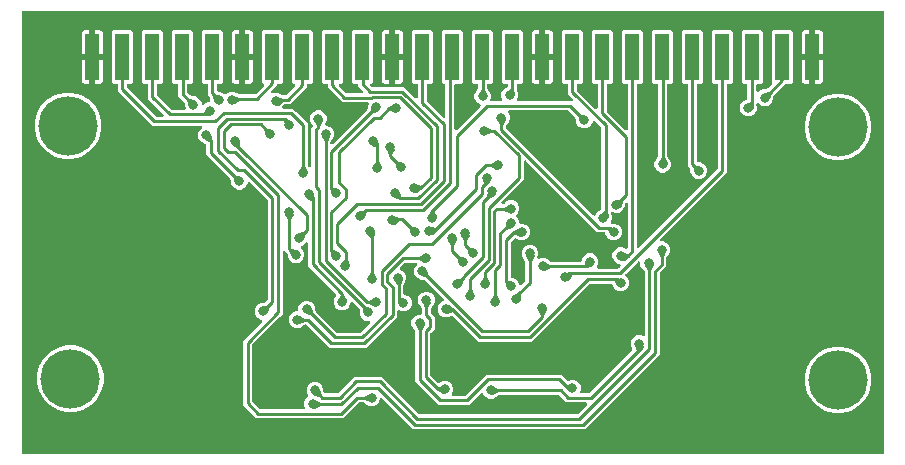
<source format=gbr>
G04 EAGLE Gerber RS-274X export*
G75*
%MOMM*%
%FSLAX34Y34*%
%LPD*%
%INBottom Copper*%
%IPPOS*%
%AMOC8*
5,1,8,0,0,1.08239X$1,22.5*%
G01*
%ADD10R,1.270000X4.000000*%
%ADD11C,0.806400*%
%ADD12C,0.254000*%
%ADD13C,5.016000*%

G36*
X732625Y32267D02*
X732625Y32267D01*
X732750Y32276D01*
X732781Y32287D01*
X732813Y32291D01*
X732930Y32337D01*
X733049Y32378D01*
X733076Y32396D01*
X733106Y32408D01*
X733207Y32482D01*
X733313Y32551D01*
X733334Y32575D01*
X733360Y32594D01*
X733440Y32692D01*
X733524Y32785D01*
X733539Y32814D01*
X733560Y32839D01*
X733613Y32953D01*
X733671Y33065D01*
X733675Y33090D01*
X733692Y33125D01*
X733748Y33436D01*
X733745Y33475D01*
X733749Y33500D01*
X733749Y406400D01*
X733733Y406525D01*
X733724Y406650D01*
X733713Y406681D01*
X733709Y406713D01*
X733663Y406830D01*
X733622Y406949D01*
X733604Y406976D01*
X733592Y407006D01*
X733518Y407107D01*
X733449Y407213D01*
X733425Y407234D01*
X733406Y407260D01*
X733308Y407340D01*
X733215Y407424D01*
X733186Y407439D01*
X733161Y407460D01*
X733047Y407513D01*
X732936Y407571D01*
X732910Y407575D01*
X732875Y407592D01*
X732564Y407648D01*
X732525Y407645D01*
X732500Y407649D01*
X4910Y407649D01*
X4785Y407633D01*
X4660Y407624D01*
X4629Y407613D01*
X4597Y407609D01*
X4480Y407563D01*
X4361Y407522D01*
X4334Y407504D01*
X4304Y407492D01*
X4203Y407418D01*
X4097Y407349D01*
X4076Y407325D01*
X4050Y407306D01*
X3970Y407208D01*
X3886Y407115D01*
X3871Y407086D01*
X3850Y407061D01*
X3797Y406947D01*
X3739Y406836D01*
X3735Y406810D01*
X3718Y406775D01*
X3662Y406464D01*
X3665Y406425D01*
X3661Y406400D01*
X3661Y33500D01*
X3677Y33375D01*
X3686Y33250D01*
X3697Y33219D01*
X3701Y33187D01*
X3747Y33070D01*
X3788Y32951D01*
X3806Y32924D01*
X3818Y32894D01*
X3892Y32793D01*
X3961Y32687D01*
X3985Y32666D01*
X4004Y32640D01*
X4102Y32560D01*
X4195Y32476D01*
X4224Y32461D01*
X4249Y32440D01*
X4363Y32387D01*
X4475Y32329D01*
X4500Y32325D01*
X4535Y32308D01*
X4846Y32252D01*
X4885Y32255D01*
X4910Y32251D01*
X732500Y32251D01*
X732625Y32267D01*
G37*
%LPC*%
G36*
X335162Y53189D02*
X335162Y53189D01*
X309151Y79201D01*
X309107Y79235D01*
X309070Y79275D01*
X308983Y79331D01*
X308901Y79394D01*
X308851Y79416D01*
X308804Y79446D01*
X308706Y79478D01*
X308611Y79518D01*
X308557Y79527D01*
X308504Y79544D01*
X308402Y79551D01*
X308300Y79566D01*
X308245Y79561D01*
X308190Y79564D01*
X308088Y79545D01*
X307986Y79535D01*
X307934Y79515D01*
X307880Y79505D01*
X307787Y79461D01*
X307690Y79425D01*
X307644Y79394D01*
X307595Y79370D01*
X307515Y79304D01*
X307431Y79245D01*
X307395Y79203D01*
X307352Y79168D01*
X307317Y79113D01*
X307225Y79006D01*
X307149Y78851D01*
X307113Y78796D01*
X305962Y76016D01*
X303984Y74038D01*
X301399Y72967D01*
X298601Y72967D01*
X296016Y74038D01*
X294857Y75197D01*
X294608Y75390D01*
X294570Y75406D01*
X294549Y75423D01*
X293341Y76049D01*
X293269Y76075D01*
X293202Y76111D01*
X293145Y76121D01*
X293045Y76158D01*
X292815Y76180D01*
X292766Y76189D01*
X290096Y76189D01*
X289987Y76175D01*
X289877Y76170D01*
X289831Y76156D01*
X289783Y76149D01*
X289681Y76109D01*
X289576Y76076D01*
X289545Y76054D01*
X289490Y76032D01*
X289236Y75846D01*
X289223Y75831D01*
X289213Y75823D01*
X275630Y62240D01*
X202370Y62240D01*
X199772Y64839D01*
X193787Y70823D01*
X191189Y73422D01*
X191189Y127838D01*
X193787Y130436D01*
X207201Y143849D01*
X207235Y143893D01*
X207275Y143930D01*
X207331Y144017D01*
X207394Y144099D01*
X207416Y144149D01*
X207446Y144196D01*
X207478Y144294D01*
X207518Y144389D01*
X207527Y144443D01*
X207544Y144496D01*
X207551Y144598D01*
X207566Y144700D01*
X207561Y144755D01*
X207564Y144810D01*
X207545Y144912D01*
X207535Y145014D01*
X207515Y145066D01*
X207505Y145120D01*
X207461Y145213D01*
X207425Y145310D01*
X207394Y145356D01*
X207370Y145405D01*
X207304Y145485D01*
X207245Y145569D01*
X207203Y145605D01*
X207168Y145648D01*
X207113Y145683D01*
X207006Y145775D01*
X206851Y145851D01*
X206796Y145887D01*
X204016Y147038D01*
X202038Y149016D01*
X200967Y151601D01*
X200967Y154399D01*
X202038Y156984D01*
X204016Y158962D01*
X206601Y160033D01*
X208241Y160033D01*
X208554Y160073D01*
X208591Y160088D01*
X208618Y160091D01*
X209915Y160502D01*
X209984Y160534D01*
X210057Y160557D01*
X210105Y160590D01*
X210201Y160635D01*
X210380Y160781D01*
X210421Y160810D01*
X211823Y162213D01*
X211891Y162299D01*
X211964Y162381D01*
X211987Y162424D01*
X212017Y162462D01*
X212060Y162563D01*
X212111Y162660D01*
X212118Y162697D01*
X212141Y162752D01*
X212189Y163064D01*
X212187Y163083D01*
X212189Y163096D01*
X212189Y246607D01*
X212175Y246716D01*
X212170Y246826D01*
X212156Y246872D01*
X212149Y246920D01*
X212109Y247023D01*
X212076Y247127D01*
X212054Y247158D01*
X212032Y247213D01*
X211846Y247468D01*
X211831Y247480D01*
X211823Y247491D01*
X197140Y262174D01*
X197096Y262208D01*
X197059Y262249D01*
X196972Y262304D01*
X196890Y262368D01*
X196840Y262389D01*
X196793Y262419D01*
X196695Y262451D01*
X196600Y262492D01*
X196546Y262500D01*
X196493Y262518D01*
X196391Y262524D01*
X196289Y262540D01*
X196234Y262534D01*
X196179Y262538D01*
X196077Y262518D01*
X195975Y262508D01*
X195923Y262489D01*
X195869Y262479D01*
X195776Y262434D01*
X195679Y262399D01*
X195633Y262367D01*
X195584Y262344D01*
X195504Y262278D01*
X195420Y262219D01*
X195384Y262177D01*
X195341Y262141D01*
X195306Y262086D01*
X195214Y261979D01*
X195138Y261824D01*
X195102Y261769D01*
X193962Y259016D01*
X191984Y257038D01*
X189399Y255967D01*
X186601Y255967D01*
X184016Y257038D01*
X182038Y259016D01*
X180967Y261601D01*
X180967Y263240D01*
X180927Y263553D01*
X180912Y263591D01*
X180909Y263618D01*
X180498Y264915D01*
X180466Y264984D01*
X180443Y265057D01*
X180410Y265105D01*
X180365Y265201D01*
X180218Y265380D01*
X180190Y265421D01*
X162787Y282823D01*
X160189Y285422D01*
X160189Y293718D01*
X160173Y293843D01*
X160164Y293968D01*
X160153Y293999D01*
X160149Y294031D01*
X160103Y294148D01*
X160062Y294267D01*
X160044Y294294D01*
X160032Y294324D01*
X159958Y294425D01*
X159889Y294531D01*
X159865Y294552D01*
X159846Y294578D01*
X159748Y294658D01*
X159655Y294742D01*
X159626Y294757D01*
X159601Y294778D01*
X159487Y294831D01*
X159376Y294889D01*
X159350Y294893D01*
X159315Y294910D01*
X159004Y294966D01*
X158965Y294963D01*
X158940Y294967D01*
X158601Y294967D01*
X156016Y296038D01*
X154038Y298016D01*
X152967Y300601D01*
X152967Y303399D01*
X154038Y305984D01*
X156111Y308057D01*
X156197Y308168D01*
X156287Y308279D01*
X156294Y308293D01*
X156304Y308306D01*
X156360Y308436D01*
X156419Y308565D01*
X156422Y308581D01*
X156429Y308596D01*
X156450Y308737D01*
X156475Y308876D01*
X156474Y308892D01*
X156476Y308908D01*
X156462Y309049D01*
X156451Y309190D01*
X156446Y309206D01*
X156445Y309222D01*
X156396Y309354D01*
X156350Y309489D01*
X156341Y309503D01*
X156335Y309518D01*
X156255Y309633D01*
X156176Y309753D01*
X156164Y309764D01*
X156155Y309777D01*
X156048Y309869D01*
X155943Y309964D01*
X155928Y309972D01*
X155916Y309982D01*
X155789Y310045D01*
X155663Y310111D01*
X155650Y310113D01*
X155633Y310122D01*
X155324Y310186D01*
X155265Y310183D01*
X155228Y310189D01*
X114422Y310189D01*
X85089Y339522D01*
X85089Y344510D01*
X85073Y344635D01*
X85064Y344760D01*
X85054Y344791D01*
X85049Y344823D01*
X85003Y344940D01*
X84962Y345059D01*
X84944Y345086D01*
X84932Y345116D01*
X84858Y345217D01*
X84789Y345323D01*
X84765Y345344D01*
X84746Y345370D01*
X84648Y345450D01*
X84555Y345534D01*
X84526Y345549D01*
X84501Y345570D01*
X84387Y345623D01*
X84276Y345681D01*
X84250Y345685D01*
X84215Y345702D01*
X83904Y345758D01*
X83865Y345755D01*
X83840Y345759D01*
X81498Y345759D01*
X80009Y347248D01*
X80009Y389352D01*
X81498Y390841D01*
X96302Y390841D01*
X97791Y389352D01*
X97791Y347248D01*
X96302Y345759D01*
X93960Y345759D01*
X93835Y345743D01*
X93710Y345734D01*
X93679Y345723D01*
X93647Y345719D01*
X93530Y345673D01*
X93411Y345632D01*
X93384Y345614D01*
X93354Y345602D01*
X93253Y345528D01*
X93147Y345459D01*
X93126Y345435D01*
X93100Y345416D01*
X93020Y345318D01*
X92936Y345225D01*
X92921Y345196D01*
X92900Y345171D01*
X92847Y345057D01*
X92789Y344946D01*
X92785Y344920D01*
X92768Y344885D01*
X92712Y344574D01*
X92715Y344535D01*
X92711Y344510D01*
X92711Y343196D01*
X92725Y343087D01*
X92730Y342977D01*
X92744Y342931D01*
X92751Y342883D01*
X92791Y342781D01*
X92824Y342676D01*
X92846Y342645D01*
X92868Y342590D01*
X93054Y342336D01*
X93069Y342323D01*
X93077Y342313D01*
X117213Y318177D01*
X117299Y318109D01*
X117381Y318036D01*
X117424Y318013D01*
X117462Y317983D01*
X117563Y317940D01*
X117660Y317889D01*
X117697Y317882D01*
X117752Y317859D01*
X118064Y317811D01*
X118083Y317813D01*
X118096Y317811D01*
X122784Y317811D01*
X122925Y317829D01*
X123066Y317843D01*
X123081Y317849D01*
X123097Y317851D01*
X123229Y317903D01*
X123362Y317952D01*
X123375Y317962D01*
X123390Y317968D01*
X123505Y318052D01*
X123621Y318132D01*
X123631Y318145D01*
X123644Y318154D01*
X123734Y318264D01*
X123827Y318372D01*
X123834Y318386D01*
X123844Y318399D01*
X123903Y318528D01*
X123966Y318655D01*
X123969Y318671D01*
X123976Y318685D01*
X124001Y318825D01*
X124030Y318964D01*
X124029Y318980D01*
X124032Y318996D01*
X124021Y319137D01*
X124014Y319279D01*
X124009Y319294D01*
X124008Y319310D01*
X123962Y319445D01*
X123920Y319580D01*
X123913Y319591D01*
X123906Y319609D01*
X123733Y319873D01*
X123689Y319913D01*
X123667Y319943D01*
X110489Y333122D01*
X110489Y344510D01*
X110473Y344635D01*
X110464Y344760D01*
X110454Y344791D01*
X110449Y344823D01*
X110403Y344940D01*
X110362Y345059D01*
X110344Y345086D01*
X110332Y345116D01*
X110258Y345217D01*
X110189Y345323D01*
X110165Y345344D01*
X110146Y345370D01*
X110048Y345450D01*
X109955Y345534D01*
X109926Y345549D01*
X109901Y345570D01*
X109787Y345623D01*
X109676Y345681D01*
X109650Y345685D01*
X109615Y345702D01*
X109304Y345758D01*
X109265Y345755D01*
X109240Y345759D01*
X106898Y345759D01*
X105409Y347248D01*
X105409Y389352D01*
X106898Y390841D01*
X121702Y390841D01*
X123191Y389352D01*
X123191Y347248D01*
X121702Y345759D01*
X119360Y345759D01*
X119235Y345743D01*
X119110Y345734D01*
X119079Y345723D01*
X119047Y345719D01*
X118930Y345673D01*
X118811Y345632D01*
X118784Y345614D01*
X118754Y345602D01*
X118653Y345528D01*
X118547Y345459D01*
X118526Y345435D01*
X118500Y345416D01*
X118420Y345318D01*
X118336Y345225D01*
X118321Y345196D01*
X118300Y345171D01*
X118247Y345057D01*
X118189Y344946D01*
X118185Y344920D01*
X118168Y344885D01*
X118112Y344574D01*
X118115Y344535D01*
X118111Y344510D01*
X118111Y336796D01*
X118125Y336687D01*
X118130Y336577D01*
X118144Y336531D01*
X118151Y336483D01*
X118191Y336381D01*
X118224Y336276D01*
X118246Y336245D01*
X118268Y336190D01*
X118454Y335936D01*
X118469Y335923D01*
X118477Y335913D01*
X130515Y323875D01*
X130601Y323807D01*
X130683Y323734D01*
X130726Y323711D01*
X130764Y323681D01*
X130865Y323638D01*
X130962Y323587D01*
X130999Y323580D01*
X131054Y323557D01*
X131366Y323509D01*
X131385Y323511D01*
X131398Y323509D01*
X141379Y323509D01*
X141433Y323516D01*
X141488Y323514D01*
X141589Y323536D01*
X141692Y323549D01*
X141743Y323569D01*
X141797Y323581D01*
X141889Y323627D01*
X141985Y323666D01*
X142029Y323698D01*
X142078Y323723D01*
X142156Y323791D01*
X142239Y323852D01*
X142274Y323895D01*
X142315Y323931D01*
X142373Y324017D01*
X142438Y324097D01*
X142461Y324147D01*
X142492Y324192D01*
X142527Y324289D01*
X142570Y324383D01*
X142580Y324438D01*
X142599Y324489D01*
X142608Y324592D01*
X142626Y324694D01*
X142622Y324749D01*
X142627Y324804D01*
X142613Y324867D01*
X142602Y325008D01*
X142547Y325172D01*
X142533Y325236D01*
X141967Y326601D01*
X141967Y328240D01*
X141927Y328553D01*
X141912Y328591D01*
X141909Y328618D01*
X141498Y329915D01*
X141466Y329984D01*
X141443Y330057D01*
X141410Y330105D01*
X141365Y330201D01*
X141246Y330347D01*
X141221Y330385D01*
X141206Y330399D01*
X141190Y330421D01*
X140581Y331030D01*
X136189Y335422D01*
X136189Y344510D01*
X136173Y344635D01*
X136164Y344760D01*
X136154Y344791D01*
X136149Y344823D01*
X136103Y344940D01*
X136062Y345059D01*
X136044Y345086D01*
X136032Y345116D01*
X135958Y345217D01*
X135889Y345323D01*
X135865Y345344D01*
X135846Y345370D01*
X135748Y345450D01*
X135655Y345534D01*
X135626Y345549D01*
X135601Y345570D01*
X135487Y345623D01*
X135376Y345681D01*
X135350Y345685D01*
X135315Y345702D01*
X135004Y345758D01*
X134965Y345755D01*
X134940Y345759D01*
X132298Y345759D01*
X130809Y347248D01*
X130809Y389352D01*
X132298Y390841D01*
X147102Y390841D01*
X148591Y389352D01*
X148591Y347248D01*
X147102Y345759D01*
X145060Y345759D01*
X144935Y345743D01*
X144810Y345734D01*
X144779Y345723D01*
X144747Y345719D01*
X144630Y345673D01*
X144511Y345632D01*
X144484Y345614D01*
X144454Y345602D01*
X144353Y345528D01*
X144247Y345459D01*
X144226Y345435D01*
X144200Y345416D01*
X144120Y345318D01*
X144036Y345225D01*
X144021Y345196D01*
X144000Y345171D01*
X143947Y345057D01*
X143889Y344946D01*
X143885Y344920D01*
X143868Y344885D01*
X143812Y344574D01*
X143815Y344535D01*
X143811Y344510D01*
X143811Y339096D01*
X143825Y338987D01*
X143830Y338877D01*
X143844Y338831D01*
X143851Y338783D01*
X143891Y338681D01*
X143924Y338576D01*
X143946Y338545D01*
X143968Y338490D01*
X144154Y338236D01*
X144169Y338223D01*
X144177Y338213D01*
X145970Y336419D01*
X146579Y335810D01*
X146640Y335763D01*
X146694Y335709D01*
X146745Y335682D01*
X146829Y335617D01*
X147041Y335525D01*
X147085Y335502D01*
X148382Y335091D01*
X148692Y335035D01*
X148733Y335038D01*
X148759Y335033D01*
X150399Y335033D01*
X152984Y333962D01*
X154962Y331984D01*
X156033Y329399D01*
X156033Y328994D01*
X156051Y328854D01*
X156065Y328713D01*
X156071Y328697D01*
X156073Y328681D01*
X156125Y328550D01*
X156174Y328417D01*
X156184Y328403D01*
X156190Y328388D01*
X156273Y328274D01*
X156354Y328158D01*
X156367Y328147D01*
X156376Y328134D01*
X156486Y328045D01*
X156594Y327952D01*
X156608Y327945D01*
X156621Y327935D01*
X156750Y327875D01*
X156877Y327813D01*
X156893Y327810D01*
X156907Y327803D01*
X157047Y327778D01*
X157186Y327749D01*
X157202Y327750D01*
X157218Y327747D01*
X157359Y327758D01*
X157501Y327765D01*
X157516Y327769D01*
X157532Y327771D01*
X157667Y327816D01*
X157802Y327859D01*
X157813Y327866D01*
X157831Y327872D01*
X158095Y328046D01*
X158135Y328090D01*
X158165Y328111D01*
X159016Y328962D01*
X161601Y330033D01*
X162218Y330033D01*
X162343Y330049D01*
X162468Y330058D01*
X162499Y330069D01*
X162531Y330073D01*
X162648Y330119D01*
X162767Y330160D01*
X162794Y330178D01*
X162824Y330190D01*
X162925Y330264D01*
X163031Y330333D01*
X163052Y330357D01*
X163078Y330376D01*
X163158Y330474D01*
X163242Y330567D01*
X163257Y330596D01*
X163278Y330621D01*
X163331Y330735D01*
X163389Y330846D01*
X163393Y330872D01*
X163410Y330907D01*
X163466Y331218D01*
X163463Y331257D01*
X163467Y331282D01*
X163467Y333147D01*
X163460Y333201D01*
X163462Y333291D01*
X163448Y333349D01*
X163447Y333388D01*
X163336Y333970D01*
X163289Y334113D01*
X163245Y334255D01*
X163241Y334261D01*
X163238Y334270D01*
X163068Y334535D01*
X163017Y334583D01*
X162992Y334618D01*
X161289Y336322D01*
X161289Y344510D01*
X161273Y344635D01*
X161264Y344760D01*
X161254Y344791D01*
X161249Y344823D01*
X161203Y344940D01*
X161162Y345059D01*
X161144Y345086D01*
X161132Y345116D01*
X161058Y345217D01*
X160989Y345323D01*
X160965Y345344D01*
X160946Y345370D01*
X160848Y345450D01*
X160755Y345534D01*
X160726Y345549D01*
X160701Y345570D01*
X160587Y345623D01*
X160476Y345681D01*
X160450Y345685D01*
X160415Y345702D01*
X160104Y345758D01*
X160065Y345755D01*
X160040Y345759D01*
X157698Y345759D01*
X156209Y347248D01*
X156209Y389352D01*
X157698Y390841D01*
X172502Y390841D01*
X173991Y389352D01*
X173991Y347248D01*
X172502Y345759D01*
X170160Y345759D01*
X170035Y345743D01*
X169910Y345734D01*
X169879Y345723D01*
X169847Y345719D01*
X169730Y345673D01*
X169611Y345632D01*
X169584Y345614D01*
X169554Y345602D01*
X169453Y345528D01*
X169347Y345459D01*
X169326Y345435D01*
X169300Y345416D01*
X169220Y345318D01*
X169136Y345225D01*
X169121Y345196D01*
X169100Y345171D01*
X169047Y345057D01*
X168989Y344946D01*
X168985Y344920D01*
X168968Y344885D01*
X168912Y344574D01*
X168915Y344535D01*
X168911Y344510D01*
X168911Y340240D01*
X168913Y340222D01*
X168911Y340203D01*
X168933Y340065D01*
X168951Y339927D01*
X168958Y339910D01*
X168960Y339891D01*
X169016Y339764D01*
X169068Y339634D01*
X169079Y339619D01*
X169086Y339602D01*
X169172Y339492D01*
X169254Y339380D01*
X169269Y339368D01*
X169280Y339353D01*
X169322Y339324D01*
X169499Y339181D01*
X169597Y339135D01*
X169645Y339102D01*
X170657Y338644D01*
X170699Y338631D01*
X170737Y338611D01*
X170802Y338599D01*
X170959Y338551D01*
X171108Y338544D01*
X171172Y338533D01*
X171899Y338533D01*
X174484Y337462D01*
X175117Y336829D01*
X175216Y336752D01*
X175312Y336670D01*
X175341Y336656D01*
X175366Y336636D01*
X175482Y336586D01*
X175595Y336531D01*
X175626Y336524D01*
X175656Y336512D01*
X175781Y336492D01*
X175904Y336467D01*
X175936Y336469D01*
X175968Y336464D01*
X176093Y336476D01*
X176219Y336483D01*
X176250Y336492D01*
X176282Y336495D01*
X176400Y336539D01*
X176520Y336577D01*
X176541Y336591D01*
X176578Y336605D01*
X176837Y336785D01*
X176862Y336814D01*
X176883Y336829D01*
X178016Y337962D01*
X180601Y339033D01*
X183399Y339033D01*
X185984Y337962D01*
X186269Y337677D01*
X186327Y337632D01*
X186379Y337579D01*
X186431Y337551D01*
X186518Y337484D01*
X186723Y337396D01*
X186770Y337371D01*
X188327Y336871D01*
X188637Y336813D01*
X188681Y336816D01*
X188709Y336811D01*
X200904Y336811D01*
X201013Y336825D01*
X201123Y336830D01*
X201169Y336844D01*
X201217Y336851D01*
X201319Y336891D01*
X201424Y336924D01*
X201455Y336946D01*
X201510Y336968D01*
X201764Y337154D01*
X201777Y337169D01*
X201787Y337177D01*
X208550Y343940D01*
X208628Y344039D01*
X208710Y344135D01*
X208724Y344164D01*
X208744Y344189D01*
X208793Y344305D01*
X208849Y344418D01*
X208855Y344449D01*
X208868Y344479D01*
X208887Y344604D01*
X208913Y344727D01*
X208911Y344759D01*
X208916Y344791D01*
X208903Y344916D01*
X208897Y345042D01*
X208887Y345073D01*
X208884Y345105D01*
X208841Y345223D01*
X208803Y345343D01*
X208788Y345364D01*
X208775Y345401D01*
X208595Y345660D01*
X208565Y345685D01*
X208550Y345706D01*
X207009Y347248D01*
X207009Y389352D01*
X208498Y390841D01*
X223302Y390841D01*
X224791Y389352D01*
X224791Y347248D01*
X223302Y345759D01*
X220960Y345759D01*
X220835Y345743D01*
X220710Y345734D01*
X220679Y345723D01*
X220647Y345719D01*
X220530Y345673D01*
X220411Y345632D01*
X220384Y345614D01*
X220354Y345602D01*
X220253Y345528D01*
X220147Y345459D01*
X220126Y345435D01*
X220100Y345416D01*
X220020Y345318D01*
X219936Y345225D01*
X219921Y345196D01*
X219900Y345171D01*
X219847Y345057D01*
X219789Y344946D01*
X219785Y344920D01*
X219768Y344885D01*
X219712Y344574D01*
X219715Y344535D01*
X219711Y344510D01*
X219711Y344322D01*
X214908Y339518D01*
X214864Y339462D01*
X214813Y339413D01*
X214768Y339338D01*
X214715Y339269D01*
X214686Y339204D01*
X214650Y339143D01*
X214624Y339059D01*
X214590Y338979D01*
X214579Y338909D01*
X214559Y338841D01*
X214555Y338753D01*
X214542Y338667D01*
X214549Y338596D01*
X214547Y338525D01*
X214565Y338440D01*
X214574Y338353D01*
X214599Y338286D01*
X214614Y338217D01*
X214653Y338139D01*
X214683Y338057D01*
X214724Y337999D01*
X214756Y337935D01*
X214814Y337870D01*
X214863Y337798D01*
X214918Y337752D01*
X214964Y337698D01*
X215037Y337650D01*
X215103Y337593D01*
X215167Y337561D01*
X215225Y337521D01*
X215308Y337492D01*
X215386Y337453D01*
X215455Y337439D01*
X215523Y337415D01*
X215609Y337407D01*
X215695Y337390D01*
X215766Y337393D01*
X215837Y337387D01*
X215896Y337400D01*
X216010Y337405D01*
X216214Y337469D01*
X216269Y337481D01*
X217601Y338033D01*
X220399Y338033D01*
X222984Y336962D01*
X223269Y336677D01*
X223327Y336632D01*
X223379Y336579D01*
X223431Y336551D01*
X223518Y336484D01*
X223723Y336396D01*
X223770Y336371D01*
X225327Y335871D01*
X225637Y335813D01*
X225681Y335816D01*
X225709Y335811D01*
X226904Y335811D01*
X227013Y335825D01*
X227123Y335830D01*
X227169Y335844D01*
X227217Y335851D01*
X227319Y335891D01*
X227424Y335924D01*
X227455Y335946D01*
X227510Y335968D01*
X227764Y336154D01*
X227769Y336159D01*
X227772Y336162D01*
X227780Y336171D01*
X227787Y336177D01*
X235237Y343627D01*
X235324Y343739D01*
X235414Y343849D01*
X235421Y343863D01*
X235431Y343876D01*
X235487Y344007D01*
X235546Y344135D01*
X235549Y344151D01*
X235555Y344166D01*
X235577Y344307D01*
X235602Y344446D01*
X235601Y344462D01*
X235603Y344478D01*
X235589Y344619D01*
X235578Y344760D01*
X235573Y344776D01*
X235571Y344792D01*
X235522Y344925D01*
X235476Y345059D01*
X235467Y345073D01*
X235462Y345088D01*
X235381Y345204D01*
X235303Y345323D01*
X235291Y345334D01*
X235282Y345347D01*
X235175Y345439D01*
X235069Y345534D01*
X235055Y345542D01*
X235043Y345552D01*
X234916Y345615D01*
X234790Y345681D01*
X234777Y345683D01*
X234759Y345692D01*
X234450Y345756D01*
X234391Y345753D01*
X234354Y345759D01*
X233898Y345759D01*
X232409Y347248D01*
X232409Y389352D01*
X233898Y390841D01*
X248702Y390841D01*
X250191Y389352D01*
X250191Y347248D01*
X248702Y345759D01*
X246360Y345759D01*
X246235Y345743D01*
X246110Y345734D01*
X246079Y345723D01*
X246047Y345719D01*
X245930Y345673D01*
X245811Y345632D01*
X245784Y345614D01*
X245754Y345602D01*
X245653Y345528D01*
X245547Y345459D01*
X245526Y345435D01*
X245500Y345416D01*
X245420Y345318D01*
X245336Y345225D01*
X245321Y345196D01*
X245300Y345171D01*
X245247Y345057D01*
X245189Y344946D01*
X245185Y344920D01*
X245168Y344885D01*
X245112Y344574D01*
X245115Y344535D01*
X245111Y344510D01*
X245111Y342722D01*
X242513Y340123D01*
X233177Y330787D01*
X230578Y328189D01*
X226609Y328189D01*
X226586Y328186D01*
X226564Y328188D01*
X226431Y328167D01*
X226296Y328149D01*
X226275Y328141D01*
X226252Y328137D01*
X226202Y328112D01*
X226003Y328032D01*
X225911Y327965D01*
X225857Y327938D01*
X225383Y327580D01*
X225304Y327503D01*
X225219Y327433D01*
X225199Y327401D01*
X225157Y327360D01*
X224993Y327090D01*
X224987Y327071D01*
X224980Y327060D01*
X224962Y327016D01*
X224671Y326725D01*
X224585Y326614D01*
X224495Y326503D01*
X224488Y326489D01*
X224478Y326476D01*
X224422Y326346D01*
X224363Y326217D01*
X224360Y326201D01*
X224354Y326186D01*
X224332Y326046D01*
X224307Y325906D01*
X224308Y325890D01*
X224306Y325874D01*
X224320Y325733D01*
X224331Y325592D01*
X224336Y325576D01*
X224337Y325560D01*
X224386Y325428D01*
X224432Y325293D01*
X224441Y325279D01*
X224447Y325264D01*
X224527Y325148D01*
X224606Y325029D01*
X224618Y325018D01*
X224627Y325005D01*
X224734Y324913D01*
X224839Y324818D01*
X224854Y324810D01*
X224866Y324800D01*
X224994Y324737D01*
X225119Y324671D01*
X225132Y324669D01*
X225149Y324660D01*
X225458Y324596D01*
X225517Y324599D01*
X225554Y324593D01*
X233537Y324593D01*
X236135Y321995D01*
X243213Y314917D01*
X245811Y312319D01*
X245811Y277234D01*
X245820Y277158D01*
X245820Y277082D01*
X245837Y277026D01*
X245851Y276921D01*
X245936Y276706D01*
X245951Y276659D01*
X246529Y275544D01*
X246539Y275530D01*
X246546Y275513D01*
X246629Y275400D01*
X246708Y275285D01*
X246722Y275273D01*
X246732Y275259D01*
X246841Y275170D01*
X246947Y275078D01*
X246963Y275070D01*
X246977Y275059D01*
X247104Y275000D01*
X247230Y274938D01*
X247247Y274935D01*
X247263Y274927D01*
X247401Y274903D01*
X247539Y274874D01*
X247556Y274875D01*
X247574Y274872D01*
X247714Y274882D01*
X247854Y274889D01*
X247871Y274894D01*
X247888Y274895D01*
X248022Y274941D01*
X248155Y274982D01*
X248170Y274991D01*
X248187Y274997D01*
X248305Y275075D01*
X248424Y275148D01*
X248436Y275161D01*
X248451Y275170D01*
X248546Y275275D01*
X248642Y275376D01*
X248651Y275391D01*
X248662Y275404D01*
X248728Y275529D01*
X248796Y275651D01*
X248801Y275668D01*
X248809Y275684D01*
X248818Y275732D01*
X248877Y275956D01*
X248877Y276062D01*
X248887Y276119D01*
X248887Y308017D01*
X250079Y309209D01*
X250156Y309308D01*
X250238Y309404D01*
X250252Y309433D01*
X250272Y309458D01*
X250321Y309574D01*
X250377Y309687D01*
X250384Y309718D01*
X250396Y309748D01*
X250416Y309873D01*
X250441Y309996D01*
X250439Y310028D01*
X250444Y310060D01*
X250432Y310185D01*
X250425Y310311D01*
X250416Y310342D01*
X250412Y310374D01*
X250369Y310492D01*
X250331Y310612D01*
X250317Y310633D01*
X250303Y310670D01*
X250123Y310929D01*
X250094Y310954D01*
X250079Y310975D01*
X249038Y312016D01*
X247967Y314601D01*
X247967Y317399D01*
X249038Y319984D01*
X251016Y321962D01*
X253601Y323033D01*
X256399Y323033D01*
X258984Y321962D01*
X260962Y319984D01*
X262033Y317399D01*
X262033Y314601D01*
X260924Y311923D01*
X260918Y311916D01*
X260862Y311786D01*
X260803Y311657D01*
X260800Y311641D01*
X260794Y311627D01*
X260772Y311486D01*
X260747Y311346D01*
X260748Y311330D01*
X260746Y311315D01*
X260760Y311174D01*
X260771Y311032D01*
X260776Y311017D01*
X260777Y311001D01*
X260826Y310868D01*
X260872Y310733D01*
X260881Y310720D01*
X260886Y310705D01*
X260967Y310589D01*
X261046Y310469D01*
X261057Y310459D01*
X261066Y310446D01*
X261174Y310353D01*
X261279Y310258D01*
X261294Y310250D01*
X261305Y310240D01*
X261433Y310177D01*
X261559Y310111D01*
X261572Y310109D01*
X261589Y310101D01*
X261897Y310037D01*
X261957Y310039D01*
X261994Y310033D01*
X262399Y310033D01*
X264984Y308962D01*
X266962Y306984D01*
X268033Y304399D01*
X268033Y301601D01*
X266962Y299016D01*
X265803Y297857D01*
X265610Y297608D01*
X265594Y297570D01*
X265577Y297549D01*
X264951Y296341D01*
X264925Y296269D01*
X264889Y296202D01*
X264879Y296145D01*
X264842Y296045D01*
X264820Y295815D01*
X264811Y295766D01*
X264811Y295216D01*
X264829Y295075D01*
X264843Y294934D01*
X264849Y294919D01*
X264851Y294903D01*
X264903Y294771D01*
X264952Y294638D01*
X264962Y294625D01*
X264968Y294610D01*
X265052Y294495D01*
X265132Y294379D01*
X265145Y294369D01*
X265154Y294356D01*
X265264Y294266D01*
X265372Y294173D01*
X265386Y294166D01*
X265399Y294156D01*
X265528Y294097D01*
X265655Y294034D01*
X265671Y294031D01*
X265685Y294024D01*
X265825Y293999D01*
X265964Y293970D01*
X265980Y293971D01*
X265996Y293968D01*
X266137Y293979D01*
X266279Y293986D01*
X266294Y293991D01*
X266310Y293992D01*
X266445Y294038D01*
X266580Y294080D01*
X266591Y294087D01*
X266609Y294094D01*
X266873Y294267D01*
X266913Y294311D01*
X266943Y294333D01*
X295581Y322970D01*
X296190Y323579D01*
X296237Y323640D01*
X296291Y323694D01*
X296318Y323745D01*
X296383Y323829D01*
X296475Y324041D01*
X296498Y324085D01*
X296534Y324200D01*
X296534Y324201D01*
X296909Y325382D01*
X296965Y325692D01*
X296962Y325733D01*
X296967Y325759D01*
X296967Y327399D01*
X297408Y328462D01*
X297422Y328515D01*
X297445Y328565D01*
X297463Y328667D01*
X297491Y328766D01*
X297491Y328822D01*
X297501Y328876D01*
X297493Y328979D01*
X297495Y329082D01*
X297482Y329135D01*
X297477Y329190D01*
X297444Y329288D01*
X297420Y329388D01*
X297393Y329437D01*
X297376Y329489D01*
X297319Y329575D01*
X297270Y329666D01*
X297233Y329707D01*
X297202Y329753D01*
X297126Y329822D01*
X297056Y329898D01*
X297009Y329927D01*
X296968Y329964D01*
X296877Y330012D01*
X296790Y330068D01*
X296738Y330085D01*
X296689Y330111D01*
X296625Y330122D01*
X296491Y330167D01*
X296318Y330178D01*
X296253Y330189D01*
X275422Y330189D01*
X262889Y342722D01*
X262889Y344510D01*
X262873Y344635D01*
X262864Y344760D01*
X262854Y344791D01*
X262849Y344823D01*
X262803Y344940D01*
X262762Y345059D01*
X262744Y345086D01*
X262732Y345116D01*
X262658Y345217D01*
X262589Y345323D01*
X262565Y345344D01*
X262546Y345370D01*
X262448Y345450D01*
X262355Y345534D01*
X262326Y345549D01*
X262301Y345570D01*
X262187Y345623D01*
X262076Y345681D01*
X262050Y345685D01*
X262015Y345702D01*
X261704Y345758D01*
X261665Y345755D01*
X261640Y345759D01*
X259298Y345759D01*
X257809Y347248D01*
X257809Y389352D01*
X259298Y390841D01*
X274102Y390841D01*
X275591Y389352D01*
X275591Y347248D01*
X274102Y345759D01*
X273646Y345759D01*
X273505Y345741D01*
X273364Y345727D01*
X273349Y345721D01*
X273333Y345719D01*
X273201Y345667D01*
X273068Y345618D01*
X273055Y345608D01*
X273040Y345602D01*
X272925Y345518D01*
X272809Y345438D01*
X272799Y345425D01*
X272786Y345416D01*
X272696Y345306D01*
X272603Y345198D01*
X272596Y345184D01*
X272586Y345171D01*
X272527Y345042D01*
X272464Y344915D01*
X272461Y344899D01*
X272454Y344885D01*
X272429Y344745D01*
X272400Y344606D01*
X272401Y344590D01*
X272398Y344574D01*
X272409Y344433D01*
X272416Y344291D01*
X272421Y344276D01*
X272422Y344260D01*
X272468Y344125D01*
X272510Y343990D01*
X272517Y343979D01*
X272524Y343961D01*
X272697Y343697D01*
X272741Y343657D01*
X272763Y343627D01*
X278213Y338177D01*
X278299Y338109D01*
X278381Y338036D01*
X278424Y338013D01*
X278462Y337983D01*
X278563Y337940D01*
X278660Y337889D01*
X278697Y337882D01*
X278752Y337859D01*
X279064Y337811D01*
X279083Y337813D01*
X279096Y337811D01*
X291424Y337811D01*
X291564Y337829D01*
X291706Y337843D01*
X291721Y337849D01*
X291737Y337851D01*
X291869Y337903D01*
X292002Y337952D01*
X292015Y337962D01*
X292030Y337968D01*
X292145Y338052D01*
X292261Y338132D01*
X292271Y338145D01*
X292284Y338154D01*
X292374Y338264D01*
X292466Y338372D01*
X292474Y338386D01*
X292484Y338399D01*
X292543Y338528D01*
X292606Y338655D01*
X292609Y338671D01*
X292616Y338685D01*
X292641Y338825D01*
X292669Y338964D01*
X292669Y338980D01*
X292672Y338996D01*
X292661Y339137D01*
X292654Y339279D01*
X292649Y339294D01*
X292648Y339310D01*
X292602Y339445D01*
X292560Y339580D01*
X292552Y339591D01*
X292546Y339609D01*
X292373Y339873D01*
X292329Y339913D01*
X292307Y339943D01*
X288689Y343561D01*
X288689Y344510D01*
X288673Y344635D01*
X288664Y344760D01*
X288654Y344791D01*
X288649Y344823D01*
X288603Y344940D01*
X288562Y345059D01*
X288544Y345086D01*
X288532Y345116D01*
X288458Y345217D01*
X288389Y345323D01*
X288365Y345344D01*
X288346Y345370D01*
X288248Y345450D01*
X288155Y345534D01*
X288126Y345549D01*
X288101Y345570D01*
X287987Y345623D01*
X287876Y345681D01*
X287850Y345685D01*
X287815Y345702D01*
X287504Y345758D01*
X287465Y345755D01*
X287440Y345759D01*
X284698Y345759D01*
X283209Y347248D01*
X283209Y389352D01*
X284698Y390841D01*
X299502Y390841D01*
X300991Y389352D01*
X300991Y347248D01*
X299269Y345526D01*
X299192Y345427D01*
X299110Y345331D01*
X299096Y345302D01*
X299076Y345277D01*
X299027Y345161D01*
X298971Y345048D01*
X298965Y345017D01*
X298952Y344987D01*
X298933Y344862D01*
X298907Y344739D01*
X298909Y344707D01*
X298904Y344675D01*
X298917Y344550D01*
X298923Y344424D01*
X298932Y344393D01*
X298936Y344361D01*
X298979Y344243D01*
X299017Y344123D01*
X299032Y344102D01*
X299045Y344065D01*
X299225Y343806D01*
X299255Y343781D01*
X299269Y343760D01*
X299810Y343219D01*
X299897Y343151D01*
X299979Y343078D01*
X300022Y343055D01*
X300060Y343025D01*
X300161Y342982D01*
X300258Y342931D01*
X300295Y342924D01*
X300350Y342901D01*
X300662Y342853D01*
X300681Y342855D01*
X300694Y342853D01*
X327536Y342853D01*
X336957Y333433D01*
X337069Y333346D01*
X337179Y333256D01*
X337193Y333249D01*
X337206Y333239D01*
X337337Y333183D01*
X337465Y333124D01*
X337481Y333121D01*
X337496Y333115D01*
X337637Y333093D01*
X337776Y333068D01*
X337792Y333069D01*
X337808Y333067D01*
X337949Y333081D01*
X338090Y333092D01*
X338106Y333097D01*
X338122Y333099D01*
X338255Y333148D01*
X338389Y333194D01*
X338403Y333203D01*
X338418Y333208D01*
X338534Y333289D01*
X338653Y333367D01*
X338664Y333379D01*
X338677Y333388D01*
X338769Y333495D01*
X338864Y333601D01*
X338872Y333615D01*
X338882Y333627D01*
X338945Y333754D01*
X339011Y333880D01*
X339013Y333893D01*
X339022Y333911D01*
X339086Y334220D01*
X339083Y334279D01*
X339089Y334316D01*
X339089Y344510D01*
X339073Y344635D01*
X339064Y344760D01*
X339054Y344791D01*
X339049Y344823D01*
X339003Y344940D01*
X338962Y345059D01*
X338944Y345086D01*
X338932Y345116D01*
X338858Y345217D01*
X338789Y345323D01*
X338765Y345344D01*
X338746Y345370D01*
X338648Y345450D01*
X338555Y345534D01*
X338526Y345549D01*
X338501Y345570D01*
X338387Y345623D01*
X338276Y345681D01*
X338250Y345685D01*
X338215Y345702D01*
X337904Y345758D01*
X337865Y345755D01*
X337840Y345759D01*
X335498Y345759D01*
X334009Y347248D01*
X334009Y389352D01*
X335498Y390841D01*
X350302Y390841D01*
X351791Y389352D01*
X351791Y347248D01*
X350302Y345759D01*
X347960Y345759D01*
X347835Y345743D01*
X347710Y345734D01*
X347679Y345723D01*
X347647Y345719D01*
X347530Y345673D01*
X347411Y345632D01*
X347384Y345614D01*
X347354Y345602D01*
X347253Y345528D01*
X347147Y345459D01*
X347126Y345435D01*
X347100Y345416D01*
X347020Y345318D01*
X346936Y345225D01*
X346921Y345196D01*
X346900Y345171D01*
X346847Y345057D01*
X346789Y344946D01*
X346785Y344920D01*
X346768Y344885D01*
X346712Y344574D01*
X346715Y344535D01*
X346711Y344510D01*
X346711Y331396D01*
X346725Y331287D01*
X346730Y331177D01*
X346744Y331131D01*
X346751Y331083D01*
X346791Y330981D01*
X346824Y330876D01*
X346846Y330845D01*
X346868Y330790D01*
X347054Y330536D01*
X347069Y330523D01*
X347077Y330513D01*
X360357Y317233D01*
X360469Y317146D01*
X360579Y317056D01*
X360593Y317049D01*
X360606Y317039D01*
X360737Y316983D01*
X360865Y316924D01*
X360881Y316921D01*
X360896Y316915D01*
X361037Y316893D01*
X361176Y316868D01*
X361192Y316869D01*
X361208Y316867D01*
X361349Y316881D01*
X361490Y316892D01*
X361506Y316897D01*
X361522Y316899D01*
X361655Y316948D01*
X361789Y316994D01*
X361803Y317003D01*
X361818Y317008D01*
X361934Y317089D01*
X362053Y317167D01*
X362064Y317179D01*
X362077Y317188D01*
X362169Y317295D01*
X362264Y317401D01*
X362272Y317415D01*
X362282Y317427D01*
X362345Y317554D01*
X362411Y317680D01*
X362413Y317693D01*
X362422Y317711D01*
X362486Y318020D01*
X362483Y318079D01*
X362489Y318116D01*
X362489Y344510D01*
X362473Y344635D01*
X362464Y344760D01*
X362454Y344791D01*
X362449Y344823D01*
X362403Y344940D01*
X362362Y345059D01*
X362344Y345086D01*
X362332Y345116D01*
X362258Y345217D01*
X362189Y345323D01*
X362165Y345344D01*
X362146Y345370D01*
X362048Y345450D01*
X361955Y345534D01*
X361926Y345549D01*
X361901Y345570D01*
X361787Y345623D01*
X361676Y345681D01*
X361650Y345685D01*
X361615Y345702D01*
X361304Y345758D01*
X361265Y345755D01*
X361240Y345759D01*
X360898Y345759D01*
X359409Y347248D01*
X359409Y389352D01*
X360898Y390841D01*
X375702Y390841D01*
X377191Y389352D01*
X377191Y347248D01*
X375702Y345759D01*
X371360Y345759D01*
X371235Y345743D01*
X371110Y345734D01*
X371079Y345723D01*
X371047Y345719D01*
X370930Y345673D01*
X370811Y345632D01*
X370784Y345614D01*
X370754Y345602D01*
X370653Y345528D01*
X370547Y345459D01*
X370526Y345435D01*
X370500Y345416D01*
X370420Y345318D01*
X370336Y345225D01*
X370321Y345196D01*
X370300Y345171D01*
X370247Y345057D01*
X370189Y344946D01*
X370185Y344920D01*
X370168Y344885D01*
X370112Y344574D01*
X370115Y344535D01*
X370111Y344510D01*
X370111Y307516D01*
X370129Y307375D01*
X370143Y307234D01*
X370149Y307219D01*
X370151Y307203D01*
X370203Y307071D01*
X370252Y306938D01*
X370262Y306925D01*
X370268Y306910D01*
X370352Y306795D01*
X370432Y306679D01*
X370445Y306669D01*
X370454Y306656D01*
X370564Y306566D01*
X370672Y306473D01*
X370686Y306466D01*
X370699Y306456D01*
X370828Y306397D01*
X370955Y306334D01*
X370971Y306331D01*
X370985Y306324D01*
X371125Y306299D01*
X371264Y306270D01*
X371280Y306271D01*
X371296Y306268D01*
X371437Y306279D01*
X371579Y306286D01*
X371594Y306291D01*
X371610Y306292D01*
X371745Y306338D01*
X371880Y306380D01*
X371891Y306387D01*
X371909Y306394D01*
X372173Y306567D01*
X372213Y306611D01*
X372243Y306633D01*
X391970Y326359D01*
X392004Y326403D01*
X392044Y326440D01*
X392100Y326527D01*
X392163Y326609D01*
X392185Y326659D01*
X392215Y326706D01*
X392247Y326804D01*
X392288Y326898D01*
X392296Y326953D01*
X392313Y327005D01*
X392320Y327108D01*
X392335Y327210D01*
X392330Y327265D01*
X392333Y327320D01*
X392314Y327421D01*
X392304Y327524D01*
X392284Y327576D01*
X392274Y327630D01*
X392230Y327723D01*
X392194Y327820D01*
X392163Y327865D01*
X392139Y327915D01*
X392073Y327995D01*
X392014Y328079D01*
X391972Y328115D01*
X391937Y328158D01*
X391882Y328193D01*
X391775Y328285D01*
X391620Y328361D01*
X391565Y328397D01*
X390016Y329038D01*
X388038Y331016D01*
X386967Y333601D01*
X386967Y336399D01*
X388038Y338984D01*
X389197Y340143D01*
X389390Y340392D01*
X389406Y340430D01*
X389423Y340451D01*
X390049Y341659D01*
X390075Y341731D01*
X390111Y341798D01*
X390121Y341855D01*
X390158Y341955D01*
X390180Y342185D01*
X390189Y342234D01*
X390189Y344510D01*
X390173Y344635D01*
X390164Y344760D01*
X390154Y344791D01*
X390149Y344823D01*
X390103Y344940D01*
X390062Y345059D01*
X390044Y345086D01*
X390032Y345116D01*
X389958Y345217D01*
X389889Y345323D01*
X389865Y345344D01*
X389846Y345370D01*
X389748Y345450D01*
X389655Y345534D01*
X389626Y345549D01*
X389601Y345570D01*
X389487Y345623D01*
X389376Y345681D01*
X389350Y345685D01*
X389315Y345702D01*
X389004Y345758D01*
X388965Y345755D01*
X388940Y345759D01*
X386298Y345759D01*
X384809Y347248D01*
X384809Y389352D01*
X386298Y390841D01*
X401102Y390841D01*
X402591Y389352D01*
X402591Y347248D01*
X401102Y345759D01*
X399060Y345759D01*
X398935Y345743D01*
X398810Y345734D01*
X398779Y345723D01*
X398747Y345719D01*
X398630Y345673D01*
X398511Y345632D01*
X398484Y345614D01*
X398454Y345602D01*
X398353Y345528D01*
X398247Y345459D01*
X398226Y345435D01*
X398200Y345416D01*
X398120Y345318D01*
X398036Y345225D01*
X398021Y345196D01*
X398000Y345171D01*
X397947Y345057D01*
X397889Y344946D01*
X397885Y344920D01*
X397868Y344885D01*
X397812Y344574D01*
X397815Y344535D01*
X397811Y344510D01*
X397811Y342234D01*
X397820Y342158D01*
X397820Y342082D01*
X397837Y342026D01*
X397851Y341921D01*
X397936Y341706D01*
X397951Y341659D01*
X398577Y340451D01*
X398757Y340192D01*
X398787Y340165D01*
X398803Y340143D01*
X399962Y338984D01*
X401033Y336399D01*
X401033Y333601D01*
X400592Y332538D01*
X400579Y332488D01*
X400559Y332446D01*
X400559Y332444D01*
X400555Y332435D01*
X400537Y332333D01*
X400509Y332234D01*
X400509Y332178D01*
X400499Y332124D01*
X400507Y332021D01*
X400505Y331918D01*
X400518Y331865D01*
X400523Y331810D01*
X400556Y331712D01*
X400580Y331612D01*
X400607Y331563D01*
X400624Y331511D01*
X400681Y331425D01*
X400730Y331334D01*
X400767Y331293D01*
X400798Y331247D01*
X400874Y331178D01*
X400944Y331102D01*
X400991Y331073D01*
X401032Y331036D01*
X401123Y330988D01*
X401210Y330932D01*
X401262Y330915D01*
X401311Y330889D01*
X401375Y330878D01*
X401509Y330833D01*
X401682Y330822D01*
X401747Y330811D01*
X409668Y330811D01*
X409722Y330818D01*
X409778Y330816D01*
X409878Y330838D01*
X409981Y330851D01*
X410032Y330871D01*
X410086Y330883D01*
X410178Y330929D01*
X410274Y330968D01*
X410318Y331000D01*
X410367Y331025D01*
X410445Y331093D01*
X410528Y331154D01*
X410563Y331197D01*
X410604Y331233D01*
X410662Y331319D01*
X410728Y331399D01*
X410751Y331449D01*
X410782Y331494D01*
X410816Y331591D01*
X410859Y331685D01*
X410869Y331740D01*
X410888Y331791D01*
X410897Y331894D01*
X410915Y331996D01*
X410911Y332051D01*
X410916Y332106D01*
X410902Y332169D01*
X410892Y332310D01*
X410836Y332474D01*
X410822Y332538D01*
X409967Y334601D01*
X409967Y337399D01*
X411038Y339984D01*
X413016Y341962D01*
X414253Y342474D01*
X414527Y342631D01*
X414577Y342679D01*
X414613Y342702D01*
X414878Y342941D01*
X414969Y343048D01*
X415064Y343153D01*
X415072Y343168D01*
X415083Y343180D01*
X415145Y343306D01*
X415211Y343432D01*
X415213Y343446D01*
X415222Y343464D01*
X415286Y343773D01*
X415283Y343831D01*
X415289Y343868D01*
X415289Y344510D01*
X415273Y344635D01*
X415264Y344760D01*
X415254Y344791D01*
X415249Y344823D01*
X415203Y344940D01*
X415162Y345059D01*
X415144Y345086D01*
X415132Y345116D01*
X415058Y345217D01*
X414989Y345323D01*
X414965Y345344D01*
X414946Y345370D01*
X414848Y345450D01*
X414755Y345534D01*
X414726Y345549D01*
X414701Y345570D01*
X414587Y345623D01*
X414476Y345681D01*
X414450Y345685D01*
X414415Y345702D01*
X414104Y345758D01*
X414065Y345755D01*
X414040Y345759D01*
X411698Y345759D01*
X410209Y347248D01*
X410209Y389352D01*
X411698Y390841D01*
X426502Y390841D01*
X427991Y389352D01*
X427991Y347248D01*
X426502Y345759D01*
X424160Y345759D01*
X424035Y345743D01*
X423910Y345734D01*
X423879Y345723D01*
X423847Y345719D01*
X423730Y345673D01*
X423611Y345632D01*
X423584Y345614D01*
X423554Y345602D01*
X423453Y345528D01*
X423347Y345459D01*
X423326Y345435D01*
X423300Y345416D01*
X423220Y345318D01*
X423136Y345225D01*
X423121Y345196D01*
X423100Y345171D01*
X423047Y345057D01*
X422989Y344946D01*
X422985Y344920D01*
X422968Y344885D01*
X422912Y344574D01*
X422915Y344535D01*
X422911Y344510D01*
X422911Y343568D01*
X422921Y343490D01*
X422921Y343412D01*
X422941Y343334D01*
X422951Y343255D01*
X422980Y343182D01*
X422992Y343134D01*
X422928Y341862D01*
X422939Y341714D01*
X422935Y341648D01*
X423189Y339555D01*
X423267Y339249D01*
X423273Y339237D01*
X423275Y339227D01*
X424033Y337399D01*
X424033Y334601D01*
X423178Y332538D01*
X423164Y332488D01*
X423145Y332446D01*
X423145Y332444D01*
X423141Y332435D01*
X423122Y332333D01*
X423095Y332234D01*
X423094Y332178D01*
X423085Y332124D01*
X423092Y332021D01*
X423091Y331918D01*
X423104Y331865D01*
X423108Y331810D01*
X423142Y331712D01*
X423166Y331612D01*
X423192Y331563D01*
X423210Y331511D01*
X423267Y331425D01*
X423316Y331334D01*
X423353Y331293D01*
X423384Y331247D01*
X423460Y331178D01*
X423530Y331102D01*
X423576Y331073D01*
X423617Y331036D01*
X423709Y330988D01*
X423796Y330932D01*
X423848Y330915D01*
X423897Y330889D01*
X423961Y330878D01*
X424095Y330833D01*
X424268Y330822D01*
X424332Y330811D01*
X469334Y330811D01*
X469475Y330829D01*
X469616Y330843D01*
X469631Y330849D01*
X469647Y330851D01*
X469779Y330903D01*
X469912Y330952D01*
X469925Y330962D01*
X469940Y330968D01*
X470055Y331052D01*
X470171Y331132D01*
X470181Y331145D01*
X470194Y331154D01*
X470284Y331264D01*
X470377Y331372D01*
X470384Y331386D01*
X470394Y331399D01*
X470453Y331528D01*
X470516Y331655D01*
X470519Y331671D01*
X470526Y331685D01*
X470551Y331825D01*
X470580Y331964D01*
X470579Y331980D01*
X470582Y331996D01*
X470571Y332137D01*
X470564Y332279D01*
X470559Y332294D01*
X470558Y332310D01*
X470512Y332445D01*
X470470Y332580D01*
X470463Y332591D01*
X470456Y332609D01*
X470283Y332873D01*
X470274Y332881D01*
X470272Y332883D01*
X470237Y332915D01*
X470217Y332943D01*
X466089Y337072D01*
X466089Y344510D01*
X466073Y344635D01*
X466064Y344760D01*
X466054Y344791D01*
X466049Y344823D01*
X466003Y344940D01*
X465962Y345059D01*
X465944Y345086D01*
X465932Y345116D01*
X465858Y345217D01*
X465789Y345323D01*
X465765Y345344D01*
X465746Y345370D01*
X465648Y345450D01*
X465555Y345534D01*
X465526Y345549D01*
X465501Y345570D01*
X465387Y345623D01*
X465276Y345681D01*
X465250Y345685D01*
X465215Y345702D01*
X464904Y345758D01*
X464865Y345755D01*
X464840Y345759D01*
X462498Y345759D01*
X461009Y347248D01*
X461009Y389352D01*
X462498Y390841D01*
X477302Y390841D01*
X478791Y389352D01*
X478791Y347248D01*
X477302Y345759D01*
X474960Y345759D01*
X474835Y345743D01*
X474710Y345734D01*
X474679Y345723D01*
X474647Y345719D01*
X474530Y345673D01*
X474411Y345632D01*
X474384Y345614D01*
X474354Y345602D01*
X474253Y345528D01*
X474147Y345459D01*
X474126Y345435D01*
X474100Y345416D01*
X474020Y345318D01*
X473936Y345225D01*
X473921Y345196D01*
X473900Y345171D01*
X473847Y345057D01*
X473789Y344946D01*
X473785Y344920D01*
X473768Y344885D01*
X473712Y344574D01*
X473715Y344535D01*
X473711Y344510D01*
X473711Y340746D01*
X473725Y340637D01*
X473730Y340527D01*
X473744Y340481D01*
X473751Y340433D01*
X473791Y340331D01*
X473824Y340226D01*
X473846Y340195D01*
X473868Y340140D01*
X474054Y339886D01*
X474069Y339873D01*
X474077Y339863D01*
X489357Y324583D01*
X489469Y324496D01*
X489579Y324406D01*
X489593Y324399D01*
X489606Y324389D01*
X489737Y324333D01*
X489865Y324274D01*
X489881Y324271D01*
X489896Y324265D01*
X490037Y324243D01*
X490176Y324218D01*
X490192Y324219D01*
X490208Y324217D01*
X490349Y324231D01*
X490490Y324242D01*
X490506Y324247D01*
X490522Y324249D01*
X490655Y324298D01*
X490789Y324344D01*
X490803Y324353D01*
X490818Y324358D01*
X490934Y324439D01*
X491053Y324517D01*
X491064Y324529D01*
X491077Y324538D01*
X491169Y324645D01*
X491264Y324751D01*
X491272Y324765D01*
X491282Y324777D01*
X491345Y324904D01*
X491411Y325030D01*
X491413Y325043D01*
X491422Y325061D01*
X491486Y325370D01*
X491483Y325429D01*
X491489Y325466D01*
X491489Y344510D01*
X491473Y344635D01*
X491464Y344760D01*
X491454Y344791D01*
X491449Y344823D01*
X491403Y344940D01*
X491362Y345059D01*
X491344Y345086D01*
X491332Y345116D01*
X491258Y345217D01*
X491189Y345323D01*
X491165Y345344D01*
X491146Y345370D01*
X491048Y345450D01*
X490955Y345534D01*
X490926Y345549D01*
X490901Y345570D01*
X490787Y345623D01*
X490676Y345681D01*
X490650Y345685D01*
X490615Y345702D01*
X490304Y345758D01*
X490265Y345755D01*
X490240Y345759D01*
X487898Y345759D01*
X486409Y347248D01*
X486409Y389352D01*
X487898Y390841D01*
X502702Y390841D01*
X504191Y389352D01*
X504191Y347248D01*
X502702Y345759D01*
X500360Y345759D01*
X500235Y345743D01*
X500110Y345734D01*
X500079Y345723D01*
X500047Y345719D01*
X499930Y345673D01*
X499811Y345632D01*
X499784Y345614D01*
X499754Y345602D01*
X499653Y345528D01*
X499547Y345459D01*
X499526Y345435D01*
X499500Y345416D01*
X499420Y345318D01*
X499336Y345225D01*
X499321Y345196D01*
X499300Y345171D01*
X499247Y345057D01*
X499189Y344946D01*
X499185Y344920D01*
X499168Y344885D01*
X499112Y344574D01*
X499115Y344535D01*
X499111Y344510D01*
X499111Y322746D01*
X499125Y322637D01*
X499130Y322527D01*
X499144Y322481D01*
X499151Y322433D01*
X499191Y322331D01*
X499224Y322226D01*
X499246Y322195D01*
X499268Y322140D01*
X499454Y321886D01*
X499469Y321873D01*
X499477Y321863D01*
X514757Y306583D01*
X514869Y306496D01*
X514979Y306406D01*
X514993Y306399D01*
X515006Y306389D01*
X515137Y306333D01*
X515265Y306274D01*
X515281Y306271D01*
X515296Y306265D01*
X515437Y306243D01*
X515576Y306218D01*
X515592Y306219D01*
X515608Y306217D01*
X515749Y306231D01*
X515890Y306242D01*
X515906Y306247D01*
X515922Y306249D01*
X516055Y306298D01*
X516189Y306344D01*
X516203Y306353D01*
X516218Y306358D01*
X516334Y306439D01*
X516453Y306517D01*
X516464Y306529D01*
X516477Y306538D01*
X516569Y306645D01*
X516664Y306751D01*
X516672Y306765D01*
X516682Y306777D01*
X516745Y306904D01*
X516811Y307030D01*
X516813Y307043D01*
X516822Y307061D01*
X516886Y307370D01*
X516883Y307429D01*
X516889Y307466D01*
X516889Y344510D01*
X516873Y344635D01*
X516864Y344760D01*
X516854Y344791D01*
X516849Y344823D01*
X516803Y344940D01*
X516762Y345059D01*
X516744Y345086D01*
X516732Y345116D01*
X516658Y345217D01*
X516589Y345323D01*
X516565Y345344D01*
X516546Y345370D01*
X516448Y345450D01*
X516355Y345534D01*
X516326Y345549D01*
X516301Y345570D01*
X516187Y345623D01*
X516076Y345681D01*
X516050Y345685D01*
X516015Y345702D01*
X515704Y345758D01*
X515665Y345755D01*
X515640Y345759D01*
X513298Y345759D01*
X511809Y347248D01*
X511809Y389352D01*
X513298Y390841D01*
X528102Y390841D01*
X529591Y389352D01*
X529591Y347248D01*
X528102Y345759D01*
X525760Y345759D01*
X525635Y345743D01*
X525510Y345734D01*
X525479Y345723D01*
X525447Y345719D01*
X525330Y345673D01*
X525211Y345632D01*
X525184Y345614D01*
X525154Y345602D01*
X525053Y345528D01*
X524947Y345459D01*
X524926Y345435D01*
X524900Y345416D01*
X524820Y345318D01*
X524736Y345225D01*
X524721Y345196D01*
X524700Y345171D01*
X524647Y345057D01*
X524589Y344946D01*
X524585Y344920D01*
X524568Y344885D01*
X524512Y344574D01*
X524515Y344535D01*
X524511Y344510D01*
X524511Y207916D01*
X524529Y207775D01*
X524543Y207634D01*
X524549Y207619D01*
X524551Y207603D01*
X524603Y207471D01*
X524652Y207338D01*
X524662Y207325D01*
X524668Y207310D01*
X524752Y207195D01*
X524832Y207079D01*
X524845Y207069D01*
X524854Y207056D01*
X524964Y206966D01*
X525072Y206873D01*
X525086Y206866D01*
X525099Y206856D01*
X525228Y206797D01*
X525355Y206734D01*
X525371Y206731D01*
X525385Y206724D01*
X525525Y206699D01*
X525664Y206670D01*
X525680Y206671D01*
X525696Y206668D01*
X525837Y206679D01*
X525979Y206686D01*
X525994Y206691D01*
X526010Y206692D01*
X526145Y206738D01*
X526280Y206780D01*
X526291Y206787D01*
X526309Y206794D01*
X526573Y206967D01*
X526613Y207011D01*
X526643Y207033D01*
X592723Y273113D01*
X592790Y273199D01*
X592864Y273281D01*
X592887Y273324D01*
X592917Y273362D01*
X592960Y273463D01*
X593011Y273560D01*
X593018Y273597D01*
X593041Y273652D01*
X593089Y273964D01*
X593087Y273983D01*
X593089Y273996D01*
X593089Y344510D01*
X593073Y344635D01*
X593064Y344760D01*
X593054Y344791D01*
X593049Y344823D01*
X593003Y344940D01*
X592962Y345059D01*
X592944Y345086D01*
X592932Y345116D01*
X592858Y345217D01*
X592789Y345323D01*
X592765Y345344D01*
X592746Y345370D01*
X592648Y345450D01*
X592555Y345534D01*
X592526Y345549D01*
X592501Y345570D01*
X592387Y345623D01*
X592276Y345681D01*
X592250Y345685D01*
X592215Y345702D01*
X591904Y345758D01*
X591865Y345755D01*
X591840Y345759D01*
X589498Y345759D01*
X588009Y347248D01*
X588009Y389352D01*
X589498Y390841D01*
X604302Y390841D01*
X605791Y389352D01*
X605791Y347248D01*
X604302Y345759D01*
X601960Y345759D01*
X601835Y345743D01*
X601710Y345734D01*
X601679Y345723D01*
X601647Y345719D01*
X601530Y345673D01*
X601411Y345632D01*
X601384Y345614D01*
X601354Y345602D01*
X601253Y345528D01*
X601147Y345459D01*
X601126Y345435D01*
X601100Y345416D01*
X601020Y345318D01*
X600936Y345225D01*
X600921Y345196D01*
X600900Y345171D01*
X600847Y345057D01*
X600789Y344946D01*
X600785Y344920D01*
X600768Y344885D01*
X600712Y344574D01*
X600715Y344535D01*
X600711Y344510D01*
X600711Y270322D01*
X544619Y214229D01*
X544532Y214117D01*
X544442Y214007D01*
X544435Y213993D01*
X544425Y213980D01*
X544369Y213850D01*
X544310Y213721D01*
X544307Y213705D01*
X544301Y213690D01*
X544279Y213549D01*
X544254Y213410D01*
X544256Y213394D01*
X544253Y213378D01*
X544267Y213237D01*
X544278Y213096D01*
X544283Y213080D01*
X544285Y213064D01*
X544334Y212931D01*
X544380Y212797D01*
X544389Y212783D01*
X544394Y212768D01*
X544475Y212652D01*
X544553Y212533D01*
X544565Y212523D01*
X544574Y212509D01*
X544681Y212417D01*
X544787Y212322D01*
X544801Y212314D01*
X544814Y212304D01*
X544941Y212241D01*
X545066Y212175D01*
X545079Y212173D01*
X545097Y212164D01*
X545406Y212101D01*
X545465Y212103D01*
X545502Y212097D01*
X546931Y212097D01*
X549516Y211026D01*
X551494Y209048D01*
X552565Y206463D01*
X552565Y203665D01*
X551494Y201080D01*
X550335Y199921D01*
X550142Y199672D01*
X550126Y199634D01*
X550109Y199613D01*
X549483Y198405D01*
X549457Y198333D01*
X549421Y198266D01*
X549411Y198209D01*
X549374Y198109D01*
X549352Y197879D01*
X549343Y197830D01*
X549343Y190954D01*
X544177Y185787D01*
X544109Y185701D01*
X544036Y185619D01*
X544013Y185576D01*
X543983Y185538D01*
X543940Y185437D01*
X543889Y185340D01*
X543882Y185303D01*
X543859Y185248D01*
X543811Y184936D01*
X543813Y184917D01*
X543811Y184904D01*
X543811Y116279D01*
X480721Y53189D01*
X335162Y53189D01*
G37*
%LPD*%
G36*
X474013Y65825D02*
X474013Y65825D01*
X474123Y65830D01*
X474169Y65844D01*
X474217Y65851D01*
X474319Y65891D01*
X474424Y65924D01*
X474455Y65946D01*
X474510Y65968D01*
X474764Y66154D01*
X474777Y66169D01*
X474787Y66177D01*
X482365Y73755D01*
X482452Y73867D01*
X482542Y73977D01*
X482549Y73991D01*
X482559Y74004D01*
X482615Y74135D01*
X482674Y74263D01*
X482677Y74279D01*
X482683Y74294D01*
X482705Y74435D01*
X482730Y74574D01*
X482729Y74590D01*
X482731Y74606D01*
X482717Y74747D01*
X482706Y74888D01*
X482701Y74904D01*
X482699Y74920D01*
X482650Y75053D01*
X482604Y75187D01*
X482595Y75201D01*
X482590Y75216D01*
X482509Y75332D01*
X482431Y75451D01*
X482419Y75462D01*
X482410Y75475D01*
X482303Y75567D01*
X482197Y75662D01*
X482183Y75670D01*
X482171Y75680D01*
X482044Y75743D01*
X481918Y75809D01*
X481905Y75811D01*
X481887Y75820D01*
X481578Y75884D01*
X481519Y75881D01*
X481482Y75887D01*
X464983Y75887D01*
X459047Y81823D01*
X458960Y81891D01*
X458878Y81964D01*
X458835Y81987D01*
X458797Y82017D01*
X458696Y82060D01*
X458599Y82111D01*
X458562Y82118D01*
X458507Y82141D01*
X458195Y82189D01*
X458176Y82187D01*
X458163Y82189D01*
X408234Y82189D01*
X408158Y82180D01*
X408082Y82180D01*
X408026Y82163D01*
X407921Y82149D01*
X407706Y82064D01*
X407659Y82049D01*
X406451Y81423D01*
X406192Y81243D01*
X406165Y81213D01*
X406143Y81197D01*
X404984Y80038D01*
X402399Y78967D01*
X399601Y78967D01*
X397016Y80038D01*
X395038Y82016D01*
X394473Y83381D01*
X394445Y83429D01*
X394426Y83481D01*
X394367Y83566D01*
X394316Y83655D01*
X394277Y83695D01*
X394246Y83740D01*
X394168Y83807D01*
X394096Y83881D01*
X394049Y83910D01*
X394007Y83946D01*
X393914Y83991D01*
X393826Y84045D01*
X393773Y84061D01*
X393724Y84085D01*
X393623Y84106D01*
X393524Y84136D01*
X393469Y84138D01*
X393415Y84149D01*
X393312Y84144D01*
X393209Y84148D01*
X393155Y84136D01*
X393100Y84133D01*
X393001Y84102D01*
X392900Y84081D01*
X392851Y84056D01*
X392798Y84039D01*
X392745Y84002D01*
X392619Y83938D01*
X392489Y83824D01*
X392435Y83787D01*
X382536Y73887D01*
X356724Y73887D01*
X354125Y76485D01*
X336992Y93619D01*
X336992Y135963D01*
X336982Y136039D01*
X336983Y136116D01*
X336969Y136161D01*
X336967Y136189D01*
X336961Y136205D01*
X336952Y136276D01*
X336866Y136491D01*
X336852Y136538D01*
X336225Y137746D01*
X336046Y138006D01*
X336015Y138032D01*
X336000Y138054D01*
X334841Y139214D01*
X333770Y141798D01*
X333770Y144596D01*
X334841Y147181D01*
X336819Y149159D01*
X339404Y150230D01*
X341440Y150230D01*
X341565Y150246D01*
X341690Y150255D01*
X341721Y150266D01*
X341753Y150270D01*
X341870Y150317D01*
X341989Y150357D01*
X342016Y150375D01*
X342046Y150387D01*
X342147Y150461D01*
X342253Y150531D01*
X342274Y150555D01*
X342300Y150574D01*
X342380Y150671D01*
X342464Y150764D01*
X342479Y150793D01*
X342500Y150818D01*
X342553Y150932D01*
X342611Y151044D01*
X342615Y151069D01*
X342632Y151105D01*
X342688Y151415D01*
X342685Y151454D01*
X342689Y151479D01*
X342689Y155266D01*
X342680Y155342D01*
X342680Y155418D01*
X342663Y155474D01*
X342649Y155579D01*
X342564Y155794D01*
X342549Y155841D01*
X341923Y157049D01*
X341743Y157308D01*
X341713Y157335D01*
X341697Y157357D01*
X340538Y158516D01*
X339467Y161101D01*
X339467Y163899D01*
X340538Y166484D01*
X342516Y168462D01*
X345101Y169533D01*
X347899Y169533D01*
X350484Y168462D01*
X352462Y166484D01*
X353533Y163899D01*
X353533Y161101D01*
X352462Y158516D01*
X351303Y157357D01*
X351110Y157108D01*
X351094Y157070D01*
X351077Y157049D01*
X350451Y155841D01*
X350425Y155769D01*
X350389Y155702D01*
X350379Y155645D01*
X350342Y155545D01*
X350320Y155315D01*
X350311Y155266D01*
X350311Y151596D01*
X350325Y151487D01*
X350330Y151378D01*
X350344Y151331D01*
X350351Y151283D01*
X350391Y151181D01*
X350424Y151076D01*
X350445Y151045D01*
X350468Y150990D01*
X350654Y150736D01*
X350669Y150724D01*
X350676Y150713D01*
X350712Y150677D01*
X350713Y150677D01*
X353311Y148078D01*
X353311Y137922D01*
X350177Y134787D01*
X350109Y134701D01*
X350036Y134619D01*
X350013Y134576D01*
X349983Y134538D01*
X349940Y134437D01*
X349889Y134340D01*
X349882Y134303D01*
X349859Y134248D01*
X349811Y133936D01*
X349813Y133917D01*
X349811Y133904D01*
X349811Y99096D01*
X349825Y98987D01*
X349830Y98877D01*
X349844Y98831D01*
X349851Y98783D01*
X349891Y98681D01*
X349924Y98576D01*
X349945Y98545D01*
X349968Y98490D01*
X350154Y98236D01*
X350169Y98223D01*
X350177Y98213D01*
X355838Y92551D01*
X355938Y92474D01*
X355963Y92452D01*
X355977Y92440D01*
X355979Y92439D01*
X356033Y92392D01*
X356062Y92377D01*
X356088Y92358D01*
X356204Y92308D01*
X356316Y92252D01*
X356348Y92246D01*
X356378Y92233D01*
X356502Y92214D01*
X356625Y92189D01*
X356658Y92190D01*
X356690Y92185D01*
X356815Y92198D01*
X356941Y92204D01*
X356971Y92214D01*
X357003Y92217D01*
X357121Y92261D01*
X357242Y92298D01*
X357263Y92313D01*
X357299Y92327D01*
X357558Y92507D01*
X357584Y92536D01*
X357605Y92551D01*
X358016Y92962D01*
X360601Y94033D01*
X363399Y94033D01*
X365984Y92962D01*
X367962Y90984D01*
X369033Y88399D01*
X369033Y85601D01*
X368053Y83236D01*
X368039Y83183D01*
X368016Y83133D01*
X367997Y83031D01*
X367970Y82932D01*
X367969Y82876D01*
X367960Y82822D01*
X367967Y82719D01*
X367966Y82616D01*
X367979Y82563D01*
X367983Y82508D01*
X368017Y82410D01*
X368041Y82310D01*
X368067Y82261D01*
X368085Y82209D01*
X368142Y82123D01*
X368191Y82032D01*
X368228Y81991D01*
X368258Y81945D01*
X368335Y81876D01*
X368405Y81800D01*
X368451Y81771D01*
X368492Y81734D01*
X368584Y81686D01*
X368670Y81630D01*
X368723Y81613D01*
X368772Y81587D01*
X368836Y81576D01*
X368970Y81531D01*
X369143Y81520D01*
X369207Y81509D01*
X378861Y81509D01*
X378970Y81523D01*
X379080Y81528D01*
X379126Y81542D01*
X379174Y81549D01*
X379276Y81589D01*
X379381Y81622D01*
X379412Y81644D01*
X379467Y81666D01*
X379722Y81852D01*
X379734Y81867D01*
X379745Y81875D01*
X396983Y99113D01*
X460678Y99113D01*
X465289Y94502D01*
X465315Y94482D01*
X465336Y94457D01*
X465439Y94385D01*
X465538Y94309D01*
X465568Y94296D01*
X465596Y94277D01*
X465713Y94234D01*
X465828Y94184D01*
X465861Y94179D01*
X465892Y94168D01*
X465955Y94165D01*
X466140Y94137D01*
X466206Y94143D01*
X466241Y94140D01*
X466283Y94149D01*
X466334Y94147D01*
X466357Y94150D01*
X466412Y94164D01*
X466454Y94168D01*
X466516Y94191D01*
X466663Y94230D01*
X466669Y94233D01*
X466674Y94234D01*
X468601Y95033D01*
X471399Y95033D01*
X473984Y93962D01*
X475962Y91984D01*
X477033Y89399D01*
X477033Y86601D01*
X476467Y85236D01*
X476453Y85183D01*
X476430Y85133D01*
X476411Y85031D01*
X476384Y84932D01*
X476384Y84876D01*
X476374Y84822D01*
X476382Y84719D01*
X476380Y84616D01*
X476393Y84563D01*
X476398Y84508D01*
X476431Y84410D01*
X476455Y84310D01*
X476481Y84261D01*
X476499Y84209D01*
X476556Y84123D01*
X476605Y84032D01*
X476642Y83991D01*
X476673Y83945D01*
X476749Y83876D01*
X476819Y83800D01*
X476866Y83771D01*
X476906Y83734D01*
X476998Y83686D01*
X477085Y83630D01*
X477137Y83613D01*
X477186Y83587D01*
X477250Y83576D01*
X477384Y83531D01*
X477557Y83520D01*
X477621Y83509D01*
X483602Y83509D01*
X483711Y83523D01*
X483821Y83528D01*
X483867Y83542D01*
X483915Y83549D01*
X484017Y83589D01*
X484122Y83622D01*
X484153Y83644D01*
X484208Y83666D01*
X484462Y83852D01*
X484475Y83867D01*
X484485Y83875D01*
X520449Y119838D01*
X520526Y119938D01*
X520608Y120034D01*
X520623Y120062D01*
X520642Y120088D01*
X520692Y120204D01*
X520748Y120317D01*
X520754Y120348D01*
X520767Y120378D01*
X520786Y120502D01*
X520811Y120626D01*
X520810Y120658D01*
X520815Y120690D01*
X520802Y120815D01*
X520796Y120941D01*
X520786Y120971D01*
X520783Y121003D01*
X520739Y121122D01*
X520702Y121242D01*
X520687Y121263D01*
X520673Y121299D01*
X520560Y121462D01*
X519467Y124101D01*
X519467Y126899D01*
X520538Y129484D01*
X522516Y131462D01*
X525101Y132533D01*
X527899Y132533D01*
X529462Y131885D01*
X529515Y131871D01*
X529565Y131848D01*
X529667Y131829D01*
X529766Y131802D01*
X529822Y131802D01*
X529876Y131792D01*
X529979Y131800D01*
X530082Y131798D01*
X530135Y131811D01*
X530190Y131816D01*
X530288Y131849D01*
X530388Y131873D01*
X530437Y131899D01*
X530489Y131917D01*
X530575Y131974D01*
X530666Y132023D01*
X530707Y132060D01*
X530753Y132091D01*
X530822Y132167D01*
X530898Y132237D01*
X530927Y132284D01*
X530964Y132324D01*
X531012Y132416D01*
X531068Y132503D01*
X531085Y132555D01*
X531111Y132604D01*
X531122Y132668D01*
X531167Y132802D01*
X531178Y132975D01*
X531189Y133039D01*
X531189Y186549D01*
X531173Y186680D01*
X531162Y186811D01*
X531153Y186831D01*
X531149Y186862D01*
X531032Y187155D01*
X531005Y187192D01*
X530994Y187220D01*
X530526Y187954D01*
X530387Y188121D01*
X530356Y188166D01*
X528506Y190016D01*
X527435Y192601D01*
X527435Y194030D01*
X527417Y194170D01*
X527403Y194312D01*
X527397Y194327D01*
X527395Y194343D01*
X527343Y194475D01*
X527294Y194608D01*
X527284Y194621D01*
X527278Y194636D01*
X527194Y194751D01*
X527114Y194867D01*
X527101Y194877D01*
X527092Y194890D01*
X526982Y194980D01*
X526874Y195073D01*
X526860Y195080D01*
X526847Y195090D01*
X526718Y195149D01*
X526591Y195212D01*
X526575Y195215D01*
X526561Y195222D01*
X526421Y195247D01*
X526282Y195276D01*
X526266Y195275D01*
X526250Y195278D01*
X526109Y195267D01*
X525967Y195260D01*
X525952Y195255D01*
X525936Y195254D01*
X525801Y195208D01*
X525666Y195166D01*
X525655Y195159D01*
X525637Y195152D01*
X525373Y194979D01*
X525333Y194935D01*
X525303Y194913D01*
X515051Y184662D01*
X514974Y184562D01*
X514892Y184467D01*
X514877Y184438D01*
X514858Y184412D01*
X514808Y184296D01*
X514752Y184184D01*
X514746Y184152D01*
X514733Y184122D01*
X514714Y183998D01*
X514689Y183875D01*
X514690Y183842D01*
X514685Y183810D01*
X514698Y183685D01*
X514704Y183559D01*
X514714Y183529D01*
X514717Y183497D01*
X514761Y183378D01*
X514798Y183258D01*
X514813Y183237D01*
X514827Y183201D01*
X515007Y182942D01*
X515036Y182916D01*
X515051Y182895D01*
X516962Y180984D01*
X518033Y178399D01*
X518033Y175601D01*
X516962Y173016D01*
X514984Y171038D01*
X512399Y169967D01*
X509601Y169967D01*
X507016Y171038D01*
X505038Y173016D01*
X504043Y175418D01*
X504024Y175452D01*
X504011Y175489D01*
X503946Y175589D01*
X503887Y175692D01*
X503859Y175720D01*
X503838Y175753D01*
X503749Y175833D01*
X503666Y175918D01*
X503633Y175938D01*
X503604Y175964D01*
X503498Y176020D01*
X503397Y176081D01*
X503359Y176093D01*
X503324Y176111D01*
X503260Y176122D01*
X503094Y176172D01*
X502953Y176178D01*
X502889Y176189D01*
X485096Y176189D01*
X484987Y176175D01*
X484877Y176170D01*
X484831Y176156D01*
X484783Y176149D01*
X484681Y176109D01*
X484576Y176076D01*
X484545Y176054D01*
X484490Y176032D01*
X484236Y175846D01*
X484223Y175831D01*
X484213Y175823D01*
X435578Y127189D01*
X390422Y127189D01*
X368662Y148949D01*
X368562Y149026D01*
X368466Y149108D01*
X368438Y149123D01*
X368412Y149142D01*
X368296Y149192D01*
X368183Y149248D01*
X368152Y149254D01*
X368122Y149267D01*
X367998Y149286D01*
X367874Y149311D01*
X367842Y149310D01*
X367810Y149315D01*
X367685Y149302D01*
X367559Y149296D01*
X367529Y149286D01*
X367497Y149283D01*
X367378Y149239D01*
X367258Y149202D01*
X367237Y149187D01*
X367201Y149173D01*
X367038Y149060D01*
X364399Y147967D01*
X361601Y147967D01*
X359016Y149038D01*
X357038Y151016D01*
X355967Y153601D01*
X355967Y156399D01*
X357038Y158984D01*
X359016Y160962D01*
X360565Y161603D01*
X360612Y161631D01*
X360664Y161650D01*
X360749Y161709D01*
X360839Y161760D01*
X360878Y161798D01*
X360923Y161830D01*
X360991Y161908D01*
X361064Y161980D01*
X361093Y162027D01*
X361129Y162069D01*
X361175Y162162D01*
X361228Y162250D01*
X361244Y162303D01*
X361268Y162352D01*
X361289Y162453D01*
X361319Y162552D01*
X361321Y162607D01*
X361332Y162661D01*
X361327Y162764D01*
X361331Y162867D01*
X361319Y162921D01*
X361316Y162976D01*
X361286Y163075D01*
X361264Y163176D01*
X361239Y163225D01*
X361222Y163278D01*
X361185Y163331D01*
X361121Y163457D01*
X361007Y163587D01*
X360970Y163641D01*
X345467Y179144D01*
X345403Y179194D01*
X345345Y179251D01*
X345296Y179276D01*
X345217Y179337D01*
X344989Y179435D01*
X344952Y179454D01*
X343678Y179848D01*
X343367Y179902D01*
X343333Y179899D01*
X343310Y179903D01*
X341601Y179903D01*
X339016Y180974D01*
X337038Y182952D01*
X335967Y185537D01*
X335967Y188335D01*
X337038Y190920D01*
X338175Y192057D01*
X338262Y192169D01*
X338351Y192279D01*
X338358Y192293D01*
X338368Y192306D01*
X338424Y192436D01*
X338483Y192565D01*
X338486Y192581D01*
X338493Y192596D01*
X338514Y192737D01*
X338539Y192876D01*
X338538Y192892D01*
X338540Y192908D01*
X338526Y193049D01*
X338515Y193190D01*
X338510Y193206D01*
X338509Y193222D01*
X338460Y193354D01*
X338414Y193489D01*
X338405Y193503D01*
X338399Y193518D01*
X338319Y193633D01*
X338240Y193753D01*
X338228Y193764D01*
X338219Y193777D01*
X338112Y193869D01*
X338007Y193964D01*
X337992Y193972D01*
X337980Y193982D01*
X337852Y194045D01*
X337727Y194111D01*
X337714Y194113D01*
X337697Y194122D01*
X337388Y194186D01*
X337329Y194183D01*
X337292Y194189D01*
X328355Y194189D01*
X328246Y194175D01*
X328136Y194170D01*
X328090Y194156D01*
X328042Y194149D01*
X327940Y194109D01*
X327835Y194076D01*
X327804Y194055D01*
X327749Y194032D01*
X327495Y193846D01*
X327483Y193831D01*
X327472Y193823D01*
X324006Y190358D01*
X323972Y190314D01*
X323932Y190277D01*
X323876Y190190D01*
X323813Y190108D01*
X323791Y190058D01*
X323762Y190011D01*
X323729Y189913D01*
X323689Y189819D01*
X323680Y189764D01*
X323663Y189712D01*
X323656Y189609D01*
X323641Y189507D01*
X323646Y189452D01*
X323643Y189397D01*
X323662Y189296D01*
X323673Y189193D01*
X323692Y189141D01*
X323702Y189087D01*
X323746Y188994D01*
X323782Y188897D01*
X323813Y188852D01*
X323837Y188802D01*
X323903Y188723D01*
X323962Y188638D01*
X324004Y188602D01*
X324039Y188559D01*
X324094Y188524D01*
X324201Y188432D01*
X324356Y188356D01*
X324412Y188320D01*
X326484Y187462D01*
X328462Y185484D01*
X329533Y182899D01*
X329533Y180101D01*
X328462Y177516D01*
X327776Y176831D01*
X327763Y176813D01*
X327747Y176800D01*
X327717Y176754D01*
X327583Y176581D01*
X327539Y176478D01*
X327507Y176428D01*
X326907Y174989D01*
X326900Y174966D01*
X326889Y174944D01*
X326879Y174887D01*
X326823Y174685D01*
X326821Y174568D01*
X326811Y174508D01*
X326811Y168282D01*
X326827Y168157D01*
X326836Y168032D01*
X326847Y168001D01*
X326851Y167969D01*
X326897Y167852D01*
X326938Y167733D01*
X326956Y167706D01*
X326968Y167676D01*
X327042Y167575D01*
X327111Y167469D01*
X327135Y167448D01*
X327154Y167422D01*
X327252Y167342D01*
X327345Y167258D01*
X327374Y167243D01*
X327399Y167222D01*
X327513Y167169D01*
X327624Y167111D01*
X327650Y167107D01*
X327685Y167090D01*
X327996Y167034D01*
X328035Y167037D01*
X328060Y167033D01*
X328399Y167033D01*
X330984Y165962D01*
X332962Y163984D01*
X334033Y161399D01*
X334033Y158601D01*
X332962Y156016D01*
X330984Y154038D01*
X328399Y152967D01*
X325601Y152967D01*
X323538Y153822D01*
X323485Y153836D01*
X323435Y153859D01*
X323333Y153878D01*
X323234Y153905D01*
X323178Y153906D01*
X323124Y153915D01*
X323021Y153908D01*
X322918Y153909D01*
X322865Y153896D01*
X322810Y153892D01*
X322712Y153858D01*
X322612Y153834D01*
X322563Y153808D01*
X322511Y153790D01*
X322425Y153733D01*
X322334Y153684D01*
X322293Y153647D01*
X322247Y153616D01*
X322178Y153540D01*
X322102Y153470D01*
X322073Y153424D01*
X322036Y153383D01*
X321988Y153291D01*
X321932Y153204D01*
X321915Y153152D01*
X321889Y153103D01*
X321878Y153039D01*
X321833Y152905D01*
X321822Y152732D01*
X321811Y152668D01*
X321811Y148422D01*
X295578Y122189D01*
X264422Y122189D01*
X244900Y141711D01*
X244827Y141767D01*
X244760Y141831D01*
X244703Y141864D01*
X244651Y141904D01*
X244565Y141940D01*
X244485Y141986D01*
X244421Y142002D01*
X244361Y142028D01*
X244269Y142042D01*
X244180Y142066D01*
X244114Y142066D01*
X244049Y142076D01*
X243957Y142067D01*
X243864Y142067D01*
X243818Y142053D01*
X243735Y142044D01*
X243448Y141938D01*
X243442Y141936D01*
X242451Y141423D01*
X242192Y141243D01*
X242165Y141212D01*
X242143Y141197D01*
X240984Y140038D01*
X238399Y138967D01*
X235601Y138967D01*
X233016Y140038D01*
X231038Y142016D01*
X229967Y144601D01*
X229967Y147399D01*
X231038Y149984D01*
X233016Y151962D01*
X235601Y153033D01*
X236718Y153033D01*
X236843Y153049D01*
X236968Y153058D01*
X236999Y153069D01*
X237031Y153073D01*
X237148Y153119D01*
X237267Y153160D01*
X237294Y153178D01*
X237324Y153190D01*
X237425Y153264D01*
X237531Y153333D01*
X237552Y153357D01*
X237578Y153376D01*
X237658Y153474D01*
X237742Y153567D01*
X237757Y153596D01*
X237778Y153621D01*
X237831Y153735D01*
X237889Y153846D01*
X237893Y153872D01*
X237910Y153907D01*
X237966Y154218D01*
X237963Y154257D01*
X237967Y154282D01*
X237967Y156399D01*
X239038Y158984D01*
X241016Y160962D01*
X243601Y162033D01*
X246399Y162033D01*
X248984Y160962D01*
X250962Y158984D01*
X252033Y156399D01*
X252033Y154759D01*
X252073Y154447D01*
X252088Y154409D01*
X252091Y154382D01*
X252502Y153085D01*
X252534Y153016D01*
X252557Y152943D01*
X252590Y152895D01*
X252635Y152799D01*
X252753Y152654D01*
X252779Y152615D01*
X252795Y152601D01*
X252810Y152579D01*
X270213Y135177D01*
X270299Y135109D01*
X270381Y135036D01*
X270424Y135013D01*
X270462Y134983D01*
X270563Y134940D01*
X270660Y134889D01*
X270697Y134882D01*
X270752Y134859D01*
X271064Y134811D01*
X271083Y134813D01*
X271096Y134811D01*
X290092Y134811D01*
X290201Y134825D01*
X290311Y134830D01*
X290357Y134844D01*
X290405Y134851D01*
X290507Y134891D01*
X290612Y134924D01*
X290643Y134946D01*
X290698Y134968D01*
X290952Y135154D01*
X290965Y135169D01*
X290975Y135177D01*
X298633Y142835D01*
X298720Y142947D01*
X298810Y143057D01*
X298817Y143071D01*
X298827Y143084D01*
X298883Y143215D01*
X298942Y143343D01*
X298945Y143359D01*
X298951Y143374D01*
X298973Y143515D01*
X298998Y143654D01*
X298997Y143670D01*
X298999Y143686D01*
X298985Y143827D01*
X298974Y143968D01*
X298969Y143984D01*
X298967Y144000D01*
X298918Y144133D01*
X298872Y144267D01*
X298863Y144281D01*
X298858Y144296D01*
X298777Y144412D01*
X298699Y144531D01*
X298687Y144542D01*
X298678Y144555D01*
X298571Y144647D01*
X298465Y144742D01*
X298451Y144750D01*
X298439Y144760D01*
X298312Y144823D01*
X298186Y144889D01*
X298173Y144891D01*
X298155Y144900D01*
X297846Y144964D01*
X297787Y144961D01*
X297750Y144967D01*
X295601Y144967D01*
X293016Y146038D01*
X291038Y148016D01*
X289967Y150601D01*
X289967Y153647D01*
X289960Y153701D01*
X289962Y153791D01*
X289948Y153849D01*
X289947Y153888D01*
X289836Y154470D01*
X289789Y154613D01*
X289745Y154755D01*
X289741Y154761D01*
X289738Y154770D01*
X289568Y155035D01*
X289517Y155083D01*
X289492Y155118D01*
X289110Y155501D01*
X284165Y160445D01*
X284053Y160532D01*
X283943Y160622D01*
X283929Y160629D01*
X283916Y160639D01*
X283785Y160695D01*
X283657Y160754D01*
X283641Y160757D01*
X283626Y160763D01*
X283485Y160785D01*
X283346Y160810D01*
X283330Y160809D01*
X283314Y160811D01*
X283173Y160797D01*
X283032Y160786D01*
X283016Y160781D01*
X283000Y160779D01*
X282867Y160730D01*
X282733Y160684D01*
X282719Y160675D01*
X282704Y160670D01*
X282588Y160589D01*
X282469Y160511D01*
X282458Y160499D01*
X282445Y160490D01*
X282353Y160383D01*
X282258Y160277D01*
X282250Y160263D01*
X282240Y160251D01*
X282177Y160124D01*
X282111Y159998D01*
X282109Y159985D01*
X282100Y159967D01*
X282036Y159658D01*
X282039Y159615D01*
X280962Y157016D01*
X278984Y155038D01*
X276399Y153967D01*
X273601Y153967D01*
X271016Y155038D01*
X269038Y157016D01*
X267967Y159601D01*
X267967Y162399D01*
X269038Y164984D01*
X269949Y165895D01*
X270026Y165995D01*
X270108Y166090D01*
X270123Y166119D01*
X270142Y166144D01*
X270192Y166260D01*
X270248Y166373D01*
X270254Y166405D01*
X270267Y166434D01*
X270286Y166559D01*
X270311Y166682D01*
X270310Y166714D01*
X270315Y166746D01*
X270302Y166871D01*
X270296Y166997D01*
X270286Y167028D01*
X270283Y167060D01*
X270239Y167178D01*
X270202Y167298D01*
X270187Y167319D01*
X270173Y167356D01*
X269993Y167615D01*
X269964Y167640D01*
X269949Y167662D01*
X246189Y191422D01*
X246189Y210128D01*
X246171Y210268D01*
X246157Y210409D01*
X246151Y210425D01*
X246149Y210441D01*
X246097Y210572D01*
X246048Y210705D01*
X246038Y210719D01*
X246032Y210734D01*
X245949Y210848D01*
X245868Y210964D01*
X245855Y210975D01*
X245846Y210988D01*
X245736Y211078D01*
X245628Y211170D01*
X245614Y211177D01*
X245601Y211187D01*
X245472Y211247D01*
X245345Y211309D01*
X245329Y211312D01*
X245315Y211319D01*
X245175Y211344D01*
X245036Y211373D01*
X245020Y211372D01*
X245004Y211375D01*
X244863Y211364D01*
X244721Y211357D01*
X244706Y211353D01*
X244690Y211351D01*
X244555Y211306D01*
X244420Y211263D01*
X244409Y211256D01*
X244391Y211250D01*
X244127Y211076D01*
X244087Y211032D01*
X244057Y211011D01*
X242484Y209438D01*
X240693Y208696D01*
X240645Y208669D01*
X240593Y208650D01*
X240508Y208591D01*
X240419Y208539D01*
X240379Y208501D01*
X240334Y208469D01*
X240267Y208391D01*
X240193Y208319D01*
X240164Y208272D01*
X240128Y208230D01*
X240083Y208138D01*
X240029Y208049D01*
X240013Y207997D01*
X239989Y207947D01*
X239968Y207846D01*
X239938Y207747D01*
X239936Y207692D01*
X239925Y207638D01*
X239930Y207535D01*
X239926Y207432D01*
X239938Y207378D01*
X239941Y207323D01*
X239971Y207225D01*
X239993Y207124D01*
X240018Y207074D01*
X240035Y207022D01*
X240072Y206968D01*
X240136Y206842D01*
X240250Y206712D01*
X240287Y206659D01*
X241962Y204984D01*
X243033Y202399D01*
X243033Y199601D01*
X241962Y197016D01*
X239984Y195038D01*
X237399Y193967D01*
X234601Y193967D01*
X232016Y195038D01*
X230038Y197016D01*
X228967Y199601D01*
X228967Y200328D01*
X228962Y200371D01*
X228964Y200414D01*
X228948Y200478D01*
X228927Y200641D01*
X228872Y200779D01*
X228856Y200843D01*
X228195Y202302D01*
X228194Y202304D01*
X228193Y202307D01*
X228187Y202316D01*
X228030Y202571D01*
X227969Y202629D01*
X227941Y202670D01*
X226814Y203797D01*
X226702Y203884D01*
X226592Y203974D01*
X226577Y203980D01*
X226564Y203990D01*
X226434Y204046D01*
X226305Y204105D01*
X226289Y204108D01*
X226274Y204115D01*
X226134Y204136D01*
X225995Y204161D01*
X225979Y204160D01*
X225963Y204163D01*
X225821Y204148D01*
X225680Y204138D01*
X225665Y204132D01*
X225649Y204131D01*
X225516Y204082D01*
X225381Y204036D01*
X225368Y204027D01*
X225353Y204021D01*
X225237Y203941D01*
X225118Y203863D01*
X225107Y203851D01*
X225094Y203841D01*
X225001Y203734D01*
X224906Y203629D01*
X224898Y203614D01*
X224888Y203602D01*
X224825Y203475D01*
X224760Y203349D01*
X224757Y203336D01*
X224749Y203319D01*
X224685Y203010D01*
X224688Y202951D01*
X224681Y202914D01*
X224681Y150551D01*
X222083Y147953D01*
X199177Y125047D01*
X199109Y124960D01*
X199036Y124878D01*
X199013Y124835D01*
X198983Y124797D01*
X198940Y124696D01*
X198889Y124599D01*
X198882Y124562D01*
X198859Y124507D01*
X198811Y124195D01*
X198813Y124176D01*
X198811Y124163D01*
X198811Y77096D01*
X198825Y76987D01*
X198830Y76877D01*
X198844Y76831D01*
X198851Y76783D01*
X198891Y76681D01*
X198924Y76576D01*
X198946Y76545D01*
X198968Y76490D01*
X199154Y76236D01*
X199169Y76223D01*
X199177Y76213D01*
X205161Y70228D01*
X205248Y70161D01*
X205330Y70087D01*
X205373Y70064D01*
X205411Y70035D01*
X205512Y69991D01*
X205609Y69940D01*
X205646Y69934D01*
X205701Y69910D01*
X206013Y69862D01*
X206032Y69864D01*
X206045Y69862D01*
X242379Y69862D01*
X242433Y69869D01*
X242488Y69867D01*
X242589Y69889D01*
X242692Y69902D01*
X242743Y69922D01*
X242797Y69934D01*
X242889Y69980D01*
X242985Y70019D01*
X243029Y70051D01*
X243078Y70076D01*
X243156Y70144D01*
X243239Y70205D01*
X243274Y70248D01*
X243315Y70284D01*
X243373Y70370D01*
X243438Y70450D01*
X243461Y70500D01*
X243492Y70546D01*
X243527Y70643D01*
X243570Y70736D01*
X243580Y70791D01*
X243599Y70843D01*
X243608Y70945D01*
X243626Y71047D01*
X243622Y71102D01*
X243627Y71157D01*
X243613Y71221D01*
X243602Y71361D01*
X243547Y71525D01*
X243533Y71589D01*
X242967Y72954D01*
X242967Y75752D01*
X244038Y78337D01*
X245994Y80293D01*
X246071Y80393D01*
X246153Y80488D01*
X246168Y80517D01*
X246187Y80543D01*
X246237Y80658D01*
X246293Y80771D01*
X246299Y80803D01*
X246312Y80833D01*
X246331Y80957D01*
X246356Y81080D01*
X246355Y81112D01*
X246360Y81144D01*
X246347Y81270D01*
X246341Y81395D01*
X246331Y81426D01*
X246328Y81458D01*
X246284Y81576D01*
X246247Y81697D01*
X246232Y81718D01*
X246219Y81754D01*
X246040Y82011D01*
X244967Y84601D01*
X244967Y87399D01*
X246038Y89984D01*
X248016Y91962D01*
X250601Y93033D01*
X253399Y93033D01*
X255984Y91962D01*
X257962Y89984D01*
X259033Y87399D01*
X259033Y85759D01*
X259073Y85446D01*
X259088Y85409D01*
X259091Y85382D01*
X259313Y84682D01*
X259352Y84599D01*
X259382Y84511D01*
X259418Y84456D01*
X259445Y84396D01*
X259504Y84325D01*
X259555Y84247D01*
X259604Y84203D01*
X259646Y84152D01*
X259720Y84098D01*
X259789Y84036D01*
X259847Y84005D01*
X259900Y83966D01*
X259986Y83932D01*
X260068Y83889D01*
X260117Y83880D01*
X260194Y83850D01*
X260497Y83812D01*
X260504Y83811D01*
X270904Y83811D01*
X271013Y83825D01*
X271123Y83830D01*
X271169Y83844D01*
X271217Y83851D01*
X271319Y83891D01*
X271424Y83924D01*
X271455Y83946D01*
X271510Y83968D01*
X271764Y84154D01*
X271777Y84169D01*
X271787Y84177D01*
X285350Y97740D01*
X308533Y97740D01*
X340096Y66177D01*
X340182Y66109D01*
X340264Y66036D01*
X340307Y66013D01*
X340345Y65983D01*
X340446Y65940D01*
X340543Y65889D01*
X340580Y65882D01*
X340635Y65859D01*
X340947Y65811D01*
X340966Y65813D01*
X340979Y65811D01*
X473904Y65811D01*
X474013Y65825D01*
G37*
G36*
X426057Y174966D02*
X426057Y174966D01*
X426160Y174962D01*
X426214Y174974D01*
X426269Y174976D01*
X426368Y175007D01*
X426469Y175029D01*
X426518Y175054D01*
X426570Y175070D01*
X426624Y175108D01*
X426750Y175171D01*
X426880Y175286D01*
X426934Y175323D01*
X429823Y178213D01*
X429891Y178299D01*
X429964Y178381D01*
X429987Y178424D01*
X430017Y178462D01*
X430060Y178563D01*
X430111Y178660D01*
X430118Y178697D01*
X430141Y178752D01*
X430189Y179064D01*
X430187Y179083D01*
X430189Y179096D01*
X430189Y194766D01*
X430180Y194842D01*
X430180Y194918D01*
X430163Y194974D01*
X430149Y195079D01*
X430064Y195294D01*
X430049Y195341D01*
X429423Y196549D01*
X429243Y196808D01*
X429213Y196835D01*
X429197Y196857D01*
X428038Y198016D01*
X426967Y200601D01*
X426967Y203399D01*
X428038Y205984D01*
X430016Y207962D01*
X432601Y209033D01*
X435399Y209033D01*
X437984Y207962D01*
X439962Y205984D01*
X441033Y203399D01*
X441033Y200601D01*
X440371Y199003D01*
X440333Y198866D01*
X440293Y198730D01*
X440292Y198714D01*
X440288Y198699D01*
X440286Y198556D01*
X440281Y198415D01*
X440284Y198399D01*
X440284Y198383D01*
X440318Y198245D01*
X440348Y198107D01*
X440355Y198092D01*
X440359Y198077D01*
X440426Y197952D01*
X440490Y197825D01*
X440501Y197813D01*
X440508Y197799D01*
X440605Y197695D01*
X440698Y197588D01*
X440712Y197579D01*
X440723Y197567D01*
X440842Y197490D01*
X440959Y197411D01*
X440974Y197406D01*
X440988Y197397D01*
X441123Y197352D01*
X441256Y197305D01*
X441272Y197303D01*
X441288Y197298D01*
X441429Y197289D01*
X441571Y197277D01*
X441584Y197279D01*
X441603Y197278D01*
X441913Y197337D01*
X441966Y197363D01*
X442003Y197371D01*
X443601Y198033D01*
X446399Y198033D01*
X448984Y196962D01*
X450143Y195803D01*
X450392Y195610D01*
X450430Y195594D01*
X450451Y195577D01*
X451659Y194951D01*
X451731Y194925D01*
X451798Y194889D01*
X451855Y194879D01*
X451955Y194842D01*
X452185Y194820D01*
X452234Y194811D01*
X476718Y194811D01*
X476843Y194827D01*
X476968Y194836D01*
X476999Y194847D01*
X477031Y194851D01*
X477148Y194897D01*
X477267Y194938D01*
X477294Y194956D01*
X477324Y194968D01*
X477425Y195042D01*
X477531Y195111D01*
X477552Y195135D01*
X477578Y195154D01*
X477658Y195252D01*
X477742Y195345D01*
X477757Y195374D01*
X477778Y195399D01*
X477831Y195513D01*
X477889Y195624D01*
X477893Y195650D01*
X477910Y195685D01*
X477966Y195996D01*
X477963Y196035D01*
X477967Y196060D01*
X477967Y196399D01*
X479038Y198984D01*
X481016Y200962D01*
X483601Y202033D01*
X486399Y202033D01*
X488984Y200962D01*
X490962Y198984D01*
X492033Y196399D01*
X492033Y193601D01*
X490889Y190840D01*
X490875Y190787D01*
X490851Y190737D01*
X490833Y190635D01*
X490806Y190536D01*
X490805Y190480D01*
X490796Y190426D01*
X490803Y190323D01*
X490802Y190220D01*
X490815Y190167D01*
X490819Y190112D01*
X490853Y190014D01*
X490877Y189914D01*
X490903Y189865D01*
X490921Y189813D01*
X490978Y189727D01*
X491027Y189636D01*
X491064Y189595D01*
X491094Y189549D01*
X491171Y189480D01*
X491241Y189404D01*
X491287Y189375D01*
X491328Y189338D01*
X491420Y189290D01*
X491506Y189234D01*
X491559Y189217D01*
X491608Y189191D01*
X491672Y189180D01*
X491806Y189135D01*
X491979Y189124D01*
X492043Y189113D01*
X508206Y189113D01*
X508315Y189127D01*
X508425Y189132D01*
X508471Y189146D01*
X508519Y189153D01*
X508621Y189193D01*
X508726Y189226D01*
X508757Y189248D01*
X508812Y189270D01*
X509066Y189456D01*
X509079Y189471D01*
X509089Y189479D01*
X510445Y190835D01*
X510532Y190947D01*
X510622Y191057D01*
X510629Y191071D01*
X510639Y191084D01*
X510694Y191214D01*
X510754Y191343D01*
X510757Y191359D01*
X510763Y191374D01*
X510785Y191515D01*
X510810Y191654D01*
X510809Y191670D01*
X510811Y191686D01*
X510797Y191827D01*
X510786Y191968D01*
X510781Y191984D01*
X510779Y192000D01*
X510730Y192132D01*
X510684Y192267D01*
X510675Y192281D01*
X510670Y192296D01*
X510589Y192411D01*
X510511Y192531D01*
X510499Y192542D01*
X510490Y192555D01*
X510383Y192647D01*
X510277Y192742D01*
X510263Y192750D01*
X510251Y192760D01*
X510123Y192823D01*
X509998Y192889D01*
X509985Y192891D01*
X509967Y192900D01*
X509658Y192964D01*
X509615Y192961D01*
X507016Y194038D01*
X505038Y196016D01*
X503967Y198601D01*
X503967Y201399D01*
X505038Y203984D01*
X507016Y205962D01*
X509601Y207033D01*
X512399Y207033D01*
X515162Y205888D01*
X515215Y205874D01*
X515265Y205851D01*
X515367Y205832D01*
X515466Y205805D01*
X515522Y205805D01*
X515576Y205795D01*
X515679Y205803D01*
X515782Y205801D01*
X515835Y205814D01*
X515890Y205818D01*
X515988Y205852D01*
X516088Y205876D01*
X516137Y205902D01*
X516189Y205920D01*
X516275Y205977D01*
X516366Y206026D01*
X516407Y206063D01*
X516453Y206094D01*
X516522Y206170D01*
X516598Y206240D01*
X516627Y206286D01*
X516664Y206327D01*
X516712Y206419D01*
X516768Y206506D01*
X516785Y206558D01*
X516811Y206607D01*
X516822Y206671D01*
X516867Y206805D01*
X516878Y206978D01*
X516889Y207042D01*
X516889Y243728D01*
X516874Y243851D01*
X516864Y243975D01*
X516854Y244007D01*
X516849Y244041D01*
X516803Y244156D01*
X516763Y244274D01*
X516745Y244302D01*
X516732Y244334D01*
X516659Y244434D01*
X516591Y244538D01*
X516566Y244561D01*
X516546Y244588D01*
X516449Y244667D01*
X516357Y244751D01*
X516328Y244766D01*
X516301Y244788D01*
X516188Y244840D01*
X516078Y244898D01*
X516045Y244905D01*
X516015Y244920D01*
X515892Y244942D01*
X515771Y244970D01*
X515737Y244969D01*
X515704Y244975D01*
X515580Y244966D01*
X515456Y244963D01*
X515423Y244954D01*
X515390Y244952D01*
X515272Y244912D01*
X515152Y244878D01*
X515123Y244861D01*
X515091Y244850D01*
X514987Y244782D01*
X514879Y244719D01*
X514856Y244695D01*
X514827Y244677D01*
X514744Y244584D01*
X514655Y244497D01*
X514643Y244473D01*
X514616Y244443D01*
X514469Y244163D01*
X514464Y244133D01*
X514449Y244105D01*
X514389Y243916D01*
X514333Y243606D01*
X514336Y243565D01*
X514331Y243539D01*
X514331Y241899D01*
X513260Y239314D01*
X511282Y237336D01*
X508697Y236265D01*
X505899Y236265D01*
X504192Y236973D01*
X504055Y237010D01*
X503919Y237051D01*
X503903Y237051D01*
X503887Y237056D01*
X503745Y237057D01*
X503604Y237063D01*
X503588Y237059D01*
X503572Y237060D01*
X503434Y237026D01*
X503296Y236996D01*
X503281Y236988D01*
X503265Y236984D01*
X503141Y236917D01*
X503014Y236853D01*
X503002Y236843D01*
X502988Y236835D01*
X502884Y236739D01*
X502777Y236645D01*
X502768Y236632D01*
X502756Y236621D01*
X502679Y236501D01*
X502600Y236384D01*
X502594Y236369D01*
X502586Y236355D01*
X502541Y236220D01*
X502494Y236087D01*
X502492Y236071D01*
X502487Y236055D01*
X502478Y235914D01*
X502465Y235773D01*
X502468Y235760D01*
X502467Y235741D01*
X502526Y235431D01*
X502551Y235377D01*
X502559Y235340D01*
X503267Y233633D01*
X503267Y230835D01*
X502499Y228981D01*
X502489Y228943D01*
X502471Y228908D01*
X502447Y228792D01*
X502416Y228677D01*
X502415Y228638D01*
X502407Y228599D01*
X502413Y228480D01*
X502412Y228361D01*
X502421Y228323D01*
X502423Y228284D01*
X502459Y228170D01*
X502487Y228055D01*
X502505Y228020D01*
X502517Y227983D01*
X502554Y227929D01*
X502636Y227777D01*
X502732Y227673D01*
X502769Y227620D01*
X502945Y227444D01*
X503040Y227370D01*
X503131Y227291D01*
X503158Y227279D01*
X503194Y227251D01*
X503484Y227127D01*
X503516Y227122D01*
X503536Y227113D01*
X503725Y227067D01*
X503981Y227039D01*
X504018Y227033D01*
X506399Y227033D01*
X508984Y225962D01*
X510962Y223984D01*
X512033Y221399D01*
X512033Y218601D01*
X510962Y216016D01*
X508984Y214038D01*
X506399Y212967D01*
X503601Y212967D01*
X501016Y214038D01*
X499038Y216016D01*
X497967Y218601D01*
X497967Y218872D01*
X497951Y218997D01*
X497942Y219122D01*
X497931Y219153D01*
X497927Y219185D01*
X497881Y219302D01*
X497840Y219421D01*
X497822Y219448D01*
X497810Y219478D01*
X497736Y219579D01*
X497667Y219685D01*
X497643Y219706D01*
X497624Y219732D01*
X497526Y219812D01*
X497433Y219896D01*
X497404Y219911D01*
X497379Y219932D01*
X497265Y219985D01*
X497154Y220043D01*
X497128Y220047D01*
X497093Y220064D01*
X496782Y220120D01*
X496743Y220117D01*
X496718Y220121D01*
X491217Y220121D01*
X430943Y280395D01*
X430831Y280481D01*
X430721Y280571D01*
X430707Y280578D01*
X430694Y280588D01*
X430563Y280644D01*
X430435Y280703D01*
X430419Y280706D01*
X430404Y280712D01*
X430263Y280734D01*
X430124Y280759D01*
X430108Y280758D01*
X430092Y280760D01*
X429951Y280746D01*
X429810Y280735D01*
X429794Y280730D01*
X429778Y280728D01*
X429645Y280679D01*
X429511Y280633D01*
X429497Y280625D01*
X429482Y280619D01*
X429366Y280538D01*
X429247Y280460D01*
X429236Y280448D01*
X429223Y280439D01*
X429131Y280331D01*
X429036Y280226D01*
X429028Y280212D01*
X429018Y280200D01*
X428955Y280073D01*
X428889Y279947D01*
X428887Y279934D01*
X428878Y279917D01*
X428814Y279608D01*
X428817Y279548D01*
X428811Y279511D01*
X428811Y264422D01*
X413843Y249454D01*
X413826Y249451D01*
X413724Y249411D01*
X413619Y249378D01*
X413588Y249357D01*
X413533Y249334D01*
X413278Y249148D01*
X413266Y249133D01*
X413255Y249125D01*
X410279Y246149D01*
X410203Y246050D01*
X410121Y245956D01*
X410106Y245926D01*
X410085Y245899D01*
X410036Y245785D01*
X409981Y245673D01*
X409974Y245640D01*
X409961Y245609D01*
X409942Y245486D01*
X409917Y245365D01*
X409918Y245331D01*
X409913Y245297D01*
X409926Y245174D01*
X409931Y245049D01*
X409941Y245017D01*
X409945Y244983D01*
X409988Y244867D01*
X410025Y244748D01*
X410043Y244719D01*
X410054Y244688D01*
X410125Y244586D01*
X410191Y244480D01*
X410215Y244456D01*
X410234Y244428D01*
X410329Y244347D01*
X410418Y244261D01*
X410448Y244245D01*
X410474Y244223D01*
X410585Y244168D01*
X410694Y244107D01*
X410726Y244098D01*
X410757Y244084D01*
X410878Y244058D01*
X410999Y244027D01*
X411033Y244027D01*
X411066Y244020D01*
X411190Y244026D01*
X411314Y244025D01*
X411340Y244033D01*
X411381Y244035D01*
X411682Y244129D01*
X411707Y244147D01*
X411737Y244156D01*
X412549Y244577D01*
X412808Y244757D01*
X412835Y244787D01*
X412857Y244803D01*
X414016Y245962D01*
X416601Y247033D01*
X419399Y247033D01*
X421984Y245962D01*
X423962Y243984D01*
X425033Y241399D01*
X425033Y238601D01*
X423962Y236016D01*
X422829Y234883D01*
X422752Y234784D01*
X422670Y234688D01*
X422656Y234659D01*
X422636Y234634D01*
X422586Y234518D01*
X422531Y234405D01*
X422524Y234374D01*
X422512Y234344D01*
X422492Y234219D01*
X422467Y234096D01*
X422469Y234064D01*
X422464Y234032D01*
X422476Y233907D01*
X422483Y233781D01*
X422492Y233750D01*
X422495Y233718D01*
X422539Y233600D01*
X422577Y233480D01*
X422591Y233459D01*
X422605Y233422D01*
X422785Y233163D01*
X422814Y233138D01*
X422829Y233117D01*
X423962Y231984D01*
X425033Y229399D01*
X425033Y228282D01*
X425049Y228157D01*
X425058Y228032D01*
X425069Y228001D01*
X425073Y227969D01*
X425119Y227852D01*
X425160Y227733D01*
X425178Y227706D01*
X425190Y227676D01*
X425264Y227575D01*
X425333Y227469D01*
X425357Y227448D01*
X425376Y227422D01*
X425474Y227342D01*
X425567Y227258D01*
X425596Y227243D01*
X425621Y227222D01*
X425735Y227169D01*
X425846Y227111D01*
X425872Y227107D01*
X425907Y227090D01*
X426218Y227034D01*
X426257Y227037D01*
X426282Y227033D01*
X428399Y227033D01*
X430984Y225962D01*
X432962Y223984D01*
X434033Y221399D01*
X434033Y218601D01*
X432962Y216016D01*
X430984Y214038D01*
X428399Y212967D01*
X425601Y212967D01*
X423016Y214038D01*
X422605Y214449D01*
X422505Y214526D01*
X422410Y214608D01*
X422381Y214623D01*
X422356Y214642D01*
X422240Y214692D01*
X422127Y214748D01*
X422095Y214754D01*
X422066Y214767D01*
X421941Y214786D01*
X421818Y214811D01*
X421786Y214810D01*
X421754Y214815D01*
X421629Y214802D01*
X421503Y214796D01*
X421472Y214786D01*
X421440Y214783D01*
X421322Y214739D01*
X421202Y214702D01*
X421180Y214687D01*
X421144Y214673D01*
X420885Y214493D01*
X420860Y214464D01*
X420838Y214449D01*
X418177Y211787D01*
X418109Y211701D01*
X418036Y211619D01*
X418013Y211576D01*
X417983Y211538D01*
X417940Y211437D01*
X417889Y211340D01*
X417882Y211303D01*
X417859Y211248D01*
X417826Y211036D01*
X417812Y210958D01*
X417813Y210949D01*
X417811Y210936D01*
X417813Y210917D01*
X417811Y210904D01*
X417811Y182282D01*
X417827Y182157D01*
X417836Y182032D01*
X417847Y182001D01*
X417851Y181969D01*
X417897Y181852D01*
X417938Y181733D01*
X417956Y181706D01*
X417968Y181676D01*
X418042Y181575D01*
X418111Y181469D01*
X418135Y181448D01*
X418154Y181422D01*
X418252Y181342D01*
X418345Y181258D01*
X418374Y181243D01*
X418399Y181222D01*
X418513Y181169D01*
X418624Y181111D01*
X418650Y181107D01*
X418685Y181090D01*
X418996Y181034D01*
X419035Y181037D01*
X419060Y181033D01*
X419399Y181033D01*
X421984Y179962D01*
X423962Y177984D01*
X424896Y175728D01*
X424924Y175680D01*
X424943Y175629D01*
X425002Y175544D01*
X425053Y175454D01*
X425091Y175415D01*
X425123Y175370D01*
X425201Y175302D01*
X425273Y175228D01*
X425320Y175200D01*
X425362Y175164D01*
X425455Y175118D01*
X425543Y175065D01*
X425596Y175049D01*
X425645Y175025D01*
X425746Y175004D01*
X425845Y174974D01*
X425900Y174972D01*
X425954Y174961D01*
X426057Y174966D01*
G37*
G36*
X488575Y234087D02*
X488575Y234087D01*
X488630Y234084D01*
X488731Y234103D01*
X488834Y234114D01*
X488886Y234133D01*
X488940Y234143D01*
X489033Y234187D01*
X489130Y234223D01*
X489175Y234255D01*
X489225Y234278D01*
X489304Y234344D01*
X489389Y234403D01*
X489425Y234445D01*
X489467Y234480D01*
X489503Y234535D01*
X489595Y234642D01*
X489671Y234798D01*
X489707Y234853D01*
X490272Y236218D01*
X492250Y238196D01*
X493358Y238655D01*
X493360Y238656D01*
X493362Y238657D01*
X493371Y238662D01*
X493631Y238811D01*
X493692Y238870D01*
X493733Y238897D01*
X494028Y239173D01*
X494111Y239273D01*
X494198Y239370D01*
X494211Y239394D01*
X494229Y239416D01*
X494284Y239534D01*
X494345Y239649D01*
X494349Y239671D01*
X494363Y239702D01*
X494421Y240012D01*
X494418Y240056D01*
X494423Y240085D01*
X494423Y308220D01*
X494409Y308329D01*
X494404Y308439D01*
X494390Y308485D01*
X494383Y308533D01*
X494343Y308635D01*
X494310Y308740D01*
X494289Y308771D01*
X494266Y308826D01*
X494080Y309080D01*
X494065Y309093D01*
X494057Y309103D01*
X489095Y314066D01*
X489051Y314100D01*
X489014Y314140D01*
X488927Y314196D01*
X488845Y314259D01*
X488795Y314281D01*
X488748Y314311D01*
X488650Y314343D01*
X488556Y314384D01*
X488501Y314392D01*
X488449Y314409D01*
X488346Y314416D01*
X488244Y314431D01*
X488189Y314426D01*
X488134Y314429D01*
X488033Y314410D01*
X487930Y314400D01*
X487878Y314380D01*
X487824Y314370D01*
X487731Y314326D01*
X487634Y314290D01*
X487589Y314259D01*
X487539Y314235D01*
X487460Y314169D01*
X487375Y314110D01*
X487339Y314068D01*
X487296Y314033D01*
X487261Y313978D01*
X487169Y313871D01*
X487093Y313716D01*
X487057Y313661D01*
X485962Y311016D01*
X483984Y309038D01*
X481399Y307967D01*
X478601Y307967D01*
X476016Y309038D01*
X474038Y311016D01*
X472967Y313601D01*
X472967Y315240D01*
X472927Y315553D01*
X472912Y315591D01*
X472909Y315618D01*
X472498Y316915D01*
X472466Y316984D01*
X472443Y317057D01*
X472410Y317105D01*
X472365Y317201D01*
X472218Y317380D01*
X472190Y317421D01*
X466787Y322823D01*
X466701Y322891D01*
X466619Y322964D01*
X466576Y322987D01*
X466538Y323017D01*
X466437Y323060D01*
X466340Y323111D01*
X466303Y323118D01*
X466248Y323141D01*
X465936Y323189D01*
X465917Y323187D01*
X465904Y323189D01*
X416772Y323189D01*
X416632Y323171D01*
X416491Y323157D01*
X416476Y323151D01*
X416459Y323149D01*
X416328Y323097D01*
X416195Y323048D01*
X416181Y323038D01*
X416166Y323032D01*
X416052Y322948D01*
X415936Y322868D01*
X415925Y322855D01*
X415912Y322846D01*
X415822Y322736D01*
X415730Y322628D01*
X415723Y322614D01*
X415713Y322601D01*
X415653Y322473D01*
X415591Y322345D01*
X415587Y322329D01*
X415581Y322315D01*
X415556Y322175D01*
X415527Y322036D01*
X415528Y322020D01*
X415525Y322004D01*
X415536Y321862D01*
X415543Y321721D01*
X415547Y321706D01*
X415549Y321690D01*
X415595Y321555D01*
X415637Y321420D01*
X415644Y321409D01*
X415650Y321391D01*
X415824Y321127D01*
X415868Y321087D01*
X415889Y321057D01*
X415962Y320984D01*
X417033Y318399D01*
X417033Y315601D01*
X415962Y313016D01*
X414803Y311857D01*
X414610Y311608D01*
X414594Y311570D01*
X414577Y311549D01*
X413951Y310341D01*
X413925Y310269D01*
X413889Y310202D01*
X413879Y310145D01*
X413842Y310045D01*
X413820Y309815D01*
X413811Y309766D01*
X413811Y308823D01*
X413825Y308714D01*
X413830Y308604D01*
X413844Y308558D01*
X413851Y308510D01*
X413891Y308408D01*
X413924Y308303D01*
X413946Y308272D01*
X413968Y308217D01*
X414154Y307963D01*
X414169Y307951D01*
X414177Y307940D01*
X487669Y234447D01*
X487713Y234414D01*
X487750Y234373D01*
X487837Y234317D01*
X487918Y234254D01*
X487969Y234232D01*
X488016Y234203D01*
X488114Y234170D01*
X488208Y234130D01*
X488263Y234121D01*
X488315Y234104D01*
X488418Y234098D01*
X488520Y234082D01*
X488575Y234087D01*
G37*
%LPC*%
G36*
X41303Y67919D02*
X41303Y67919D01*
X34161Y69833D01*
X27758Y73530D01*
X22530Y78758D01*
X18833Y85161D01*
X16919Y92303D01*
X16919Y99697D01*
X18833Y106839D01*
X22530Y113242D01*
X27758Y118470D01*
X34161Y122167D01*
X41303Y124081D01*
X48697Y124081D01*
X55839Y122167D01*
X62242Y118470D01*
X67470Y113242D01*
X71167Y106839D01*
X73081Y99697D01*
X73081Y92303D01*
X71167Y85161D01*
X67470Y78758D01*
X62242Y73530D01*
X55839Y69833D01*
X48697Y67919D01*
X41303Y67919D01*
G37*
%LPD*%
%LPC*%
G36*
X691303Y66919D02*
X691303Y66919D01*
X684161Y68833D01*
X677758Y72530D01*
X672530Y77758D01*
X668833Y84161D01*
X666919Y91303D01*
X666919Y98697D01*
X668833Y105839D01*
X672530Y112242D01*
X677758Y117470D01*
X684161Y121167D01*
X691303Y123081D01*
X698697Y123081D01*
X705839Y121167D01*
X712242Y117470D01*
X717470Y112242D01*
X721167Y105839D01*
X723081Y98697D01*
X723081Y91303D01*
X721167Y84161D01*
X717470Y77758D01*
X712242Y72530D01*
X705839Y68833D01*
X698697Y66919D01*
X691303Y66919D01*
G37*
%LPD*%
%LPC*%
G36*
X39303Y281919D02*
X39303Y281919D01*
X32161Y283833D01*
X25758Y287530D01*
X20530Y292758D01*
X16833Y299161D01*
X14919Y306303D01*
X14919Y313697D01*
X16833Y320839D01*
X20530Y327242D01*
X25758Y332470D01*
X32161Y336167D01*
X39303Y338081D01*
X46697Y338081D01*
X53839Y336167D01*
X60242Y332470D01*
X65470Y327242D01*
X69167Y320839D01*
X71081Y313697D01*
X71081Y306303D01*
X69167Y299161D01*
X65470Y292758D01*
X60242Y287530D01*
X53839Y283833D01*
X46697Y281919D01*
X39303Y281919D01*
G37*
%LPD*%
%LPC*%
G36*
X691303Y280919D02*
X691303Y280919D01*
X684161Y282833D01*
X677758Y286530D01*
X672530Y291758D01*
X668833Y298161D01*
X666919Y305303D01*
X666919Y312697D01*
X668833Y319839D01*
X672530Y326242D01*
X677758Y331470D01*
X684161Y335167D01*
X691303Y337081D01*
X698697Y337081D01*
X705839Y335167D01*
X712242Y331470D01*
X717470Y326242D01*
X721167Y319839D01*
X723081Y312697D01*
X723081Y305303D01*
X721167Y298161D01*
X717470Y291758D01*
X712242Y286530D01*
X705839Y282833D01*
X698697Y280919D01*
X691303Y280919D01*
G37*
%LPD*%
%LPC*%
G36*
X617601Y317967D02*
X617601Y317967D01*
X615016Y319038D01*
X613038Y321016D01*
X611967Y323601D01*
X611967Y326399D01*
X613038Y328984D01*
X615016Y330962D01*
X617418Y331957D01*
X617452Y331976D01*
X617489Y331989D01*
X617589Y332054D01*
X617692Y332113D01*
X617720Y332141D01*
X617753Y332162D01*
X617833Y332251D01*
X617918Y332334D01*
X617938Y332367D01*
X617964Y332396D01*
X618020Y332502D01*
X618081Y332603D01*
X618093Y332641D01*
X618111Y332676D01*
X618122Y332740D01*
X618172Y332906D01*
X618178Y333047D01*
X618189Y333111D01*
X618189Y344510D01*
X618173Y344635D01*
X618164Y344760D01*
X618154Y344791D01*
X618149Y344823D01*
X618103Y344940D01*
X618062Y345059D01*
X618044Y345086D01*
X618032Y345116D01*
X617958Y345217D01*
X617889Y345323D01*
X617865Y345344D01*
X617846Y345370D01*
X617748Y345450D01*
X617655Y345534D01*
X617626Y345549D01*
X617601Y345570D01*
X617487Y345623D01*
X617376Y345681D01*
X617350Y345685D01*
X617315Y345702D01*
X617004Y345758D01*
X616965Y345755D01*
X616940Y345759D01*
X614898Y345759D01*
X613409Y347248D01*
X613409Y389352D01*
X614898Y390841D01*
X629702Y390841D01*
X631191Y389352D01*
X631191Y347248D01*
X629702Y345759D01*
X627060Y345759D01*
X626935Y345743D01*
X626810Y345734D01*
X626779Y345723D01*
X626747Y345719D01*
X626630Y345673D01*
X626511Y345632D01*
X626484Y345614D01*
X626454Y345602D01*
X626353Y345528D01*
X626247Y345459D01*
X626226Y345435D01*
X626200Y345416D01*
X626120Y345318D01*
X626036Y345225D01*
X626021Y345196D01*
X626000Y345171D01*
X625947Y345057D01*
X625889Y344946D01*
X625885Y344920D01*
X625868Y344885D01*
X625812Y344574D01*
X625815Y344535D01*
X625811Y344510D01*
X625811Y339772D01*
X625829Y339632D01*
X625843Y339491D01*
X625849Y339475D01*
X625851Y339459D01*
X625903Y339328D01*
X625952Y339195D01*
X625962Y339181D01*
X625968Y339166D01*
X626051Y339052D01*
X626132Y338936D01*
X626145Y338925D01*
X626154Y338912D01*
X626264Y338823D01*
X626372Y338730D01*
X626386Y338723D01*
X626399Y338713D01*
X626528Y338653D01*
X626655Y338591D01*
X626671Y338588D01*
X626685Y338581D01*
X626825Y338556D01*
X626964Y338527D01*
X626980Y338528D01*
X626996Y338525D01*
X627137Y338536D01*
X627279Y338543D01*
X627294Y338547D01*
X627310Y338549D01*
X627445Y338594D01*
X627580Y338637D01*
X627591Y338644D01*
X627609Y338650D01*
X627873Y338824D01*
X627913Y338868D01*
X627943Y338889D01*
X629016Y339962D01*
X631601Y341033D01*
X633241Y341033D01*
X633554Y341073D01*
X633591Y341088D01*
X633618Y341091D01*
X634915Y341502D01*
X634984Y341534D01*
X635057Y341557D01*
X635105Y341590D01*
X635201Y341635D01*
X635380Y341782D01*
X635421Y341810D01*
X638950Y345340D01*
X639028Y345439D01*
X639110Y345535D01*
X639124Y345564D01*
X639144Y345589D01*
X639193Y345705D01*
X639249Y345818D01*
X639255Y345849D01*
X639268Y345879D01*
X639287Y346004D01*
X639313Y346127D01*
X639311Y346159D01*
X639316Y346191D01*
X639303Y346316D01*
X639297Y346442D01*
X639287Y346473D01*
X639284Y346505D01*
X639241Y346623D01*
X639203Y346743D01*
X639188Y346764D01*
X639175Y346801D01*
X638995Y347060D01*
X638965Y347085D01*
X638950Y347106D01*
X638809Y347248D01*
X638809Y389352D01*
X640298Y390841D01*
X655102Y390841D01*
X656591Y389352D01*
X656591Y347248D01*
X655102Y345759D01*
X650666Y345759D01*
X650557Y345745D01*
X650447Y345740D01*
X650401Y345726D01*
X650353Y345719D01*
X650251Y345679D01*
X650146Y345646D01*
X650115Y345624D01*
X650060Y345602D01*
X649806Y345416D01*
X649793Y345401D01*
X649783Y345393D01*
X648913Y344523D01*
X640810Y336421D01*
X640763Y336360D01*
X640709Y336306D01*
X640682Y336255D01*
X640617Y336171D01*
X640525Y335959D01*
X640502Y335915D01*
X640091Y334618D01*
X640035Y334308D01*
X640038Y334267D01*
X640033Y334241D01*
X640033Y332601D01*
X638962Y330016D01*
X636984Y328038D01*
X634399Y326967D01*
X631601Y326967D01*
X629016Y328038D01*
X627943Y329111D01*
X627831Y329198D01*
X627721Y329287D01*
X627707Y329294D01*
X627694Y329304D01*
X627564Y329360D01*
X627435Y329419D01*
X627419Y329422D01*
X627404Y329429D01*
X627263Y329450D01*
X627124Y329475D01*
X627108Y329474D01*
X627092Y329476D01*
X626951Y329462D01*
X626810Y329451D01*
X626794Y329446D01*
X626778Y329445D01*
X626646Y329396D01*
X626511Y329350D01*
X626497Y329341D01*
X626482Y329335D01*
X626367Y329255D01*
X626247Y329176D01*
X626236Y329164D01*
X626223Y329155D01*
X626131Y329048D01*
X626036Y328943D01*
X626028Y328928D01*
X626018Y328916D01*
X625955Y328788D01*
X625889Y328663D01*
X625887Y328650D01*
X625878Y328633D01*
X625814Y328324D01*
X625817Y328265D01*
X625811Y328228D01*
X625811Y327183D01*
X625814Y327160D01*
X625812Y327138D01*
X625824Y327083D01*
X625851Y326870D01*
X625893Y326764D01*
X625906Y326705D01*
X626033Y326399D01*
X626033Y323601D01*
X624962Y321016D01*
X622984Y319038D01*
X620399Y317967D01*
X617601Y317967D01*
G37*
%LPD*%
%LPC*%
G36*
X575601Y264967D02*
X575601Y264967D01*
X573016Y266038D01*
X571038Y268016D01*
X569967Y270601D01*
X569967Y272240D01*
X569927Y272553D01*
X569912Y272591D01*
X569909Y272618D01*
X569498Y273915D01*
X569466Y273984D01*
X569443Y274057D01*
X569410Y274105D01*
X569365Y274201D01*
X569219Y274380D01*
X569190Y274421D01*
X568581Y275030D01*
X567689Y275922D01*
X567689Y344510D01*
X567673Y344635D01*
X567664Y344760D01*
X567654Y344791D01*
X567649Y344823D01*
X567603Y344940D01*
X567562Y345059D01*
X567544Y345086D01*
X567532Y345116D01*
X567458Y345217D01*
X567389Y345323D01*
X567365Y345344D01*
X567346Y345370D01*
X567248Y345450D01*
X567155Y345534D01*
X567126Y345549D01*
X567101Y345570D01*
X566987Y345623D01*
X566876Y345681D01*
X566850Y345685D01*
X566815Y345702D01*
X566504Y345758D01*
X566465Y345755D01*
X566440Y345759D01*
X564098Y345759D01*
X562609Y347248D01*
X562609Y389352D01*
X564098Y390841D01*
X578902Y390841D01*
X580391Y389352D01*
X580391Y347248D01*
X578902Y345759D01*
X576560Y345759D01*
X576435Y345743D01*
X576310Y345734D01*
X576279Y345723D01*
X576247Y345719D01*
X576130Y345673D01*
X576011Y345632D01*
X575984Y345614D01*
X575954Y345602D01*
X575853Y345528D01*
X575747Y345459D01*
X575726Y345435D01*
X575700Y345416D01*
X575620Y345318D01*
X575536Y345225D01*
X575521Y345196D01*
X575500Y345171D01*
X575447Y345057D01*
X575389Y344946D01*
X575385Y344920D01*
X575368Y344885D01*
X575312Y344574D01*
X575315Y344535D01*
X575311Y344510D01*
X575311Y280345D01*
X575322Y280254D01*
X575324Y280161D01*
X575342Y280098D01*
X575351Y280032D01*
X575385Y279946D01*
X575410Y279857D01*
X575443Y279800D01*
X575468Y279739D01*
X575522Y279665D01*
X575569Y279585D01*
X575615Y279538D01*
X575654Y279485D01*
X575726Y279426D01*
X575791Y279361D01*
X575834Y279338D01*
X575899Y279285D01*
X576176Y279158D01*
X576182Y279154D01*
X576382Y279091D01*
X576692Y279035D01*
X576733Y279038D01*
X576759Y279033D01*
X578399Y279033D01*
X580984Y277962D01*
X582962Y275984D01*
X584033Y273399D01*
X584033Y270601D01*
X582962Y268016D01*
X580984Y266038D01*
X578399Y264967D01*
X575601Y264967D01*
G37*
%LPD*%
%LPC*%
G36*
X545101Y270467D02*
X545101Y270467D01*
X542516Y271538D01*
X540538Y273516D01*
X539467Y276101D01*
X539467Y278899D01*
X540538Y281484D01*
X541697Y282643D01*
X541890Y282892D01*
X541906Y282930D01*
X541923Y282951D01*
X542549Y284159D01*
X542575Y284231D01*
X542611Y284298D01*
X542621Y284355D01*
X542658Y284455D01*
X542680Y284685D01*
X542689Y284734D01*
X542689Y344510D01*
X542673Y344635D01*
X542664Y344760D01*
X542654Y344791D01*
X542649Y344823D01*
X542603Y344940D01*
X542562Y345059D01*
X542544Y345086D01*
X542532Y345116D01*
X542458Y345217D01*
X542389Y345323D01*
X542365Y345344D01*
X542346Y345370D01*
X542248Y345450D01*
X542155Y345534D01*
X542126Y345549D01*
X542101Y345570D01*
X541987Y345623D01*
X541876Y345681D01*
X541850Y345685D01*
X541815Y345702D01*
X541504Y345758D01*
X541465Y345755D01*
X541440Y345759D01*
X538698Y345759D01*
X537209Y347248D01*
X537209Y389352D01*
X538698Y390841D01*
X553502Y390841D01*
X554991Y389352D01*
X554991Y347248D01*
X553502Y345759D01*
X551560Y345759D01*
X551435Y345743D01*
X551310Y345734D01*
X551279Y345723D01*
X551247Y345719D01*
X551130Y345673D01*
X551011Y345632D01*
X550984Y345614D01*
X550954Y345602D01*
X550853Y345528D01*
X550747Y345459D01*
X550726Y345435D01*
X550700Y345416D01*
X550620Y345318D01*
X550536Y345225D01*
X550521Y345196D01*
X550500Y345171D01*
X550447Y345057D01*
X550389Y344946D01*
X550385Y344920D01*
X550368Y344885D01*
X550312Y344574D01*
X550315Y344535D01*
X550311Y344510D01*
X550311Y284734D01*
X550320Y284658D01*
X550320Y284582D01*
X550337Y284526D01*
X550351Y284421D01*
X550436Y284206D01*
X550451Y284159D01*
X551077Y282951D01*
X551257Y282692D01*
X551287Y282665D01*
X551303Y282643D01*
X552462Y281484D01*
X553533Y278899D01*
X553533Y276101D01*
X552462Y273516D01*
X550484Y271538D01*
X547899Y270467D01*
X545101Y270467D01*
G37*
%LPD*%
%LPC*%
G36*
X675599Y370799D02*
X675599Y370799D01*
X675599Y390841D01*
X679784Y390841D01*
X680431Y390668D01*
X681010Y390333D01*
X681483Y389860D01*
X681818Y389281D01*
X681991Y388634D01*
X681991Y370799D01*
X675599Y370799D01*
G37*
%LPD*%
%LPC*%
G36*
X446999Y370799D02*
X446999Y370799D01*
X446999Y390841D01*
X451184Y390841D01*
X451831Y390668D01*
X452410Y390333D01*
X452883Y389860D01*
X453218Y389281D01*
X453391Y388634D01*
X453391Y370799D01*
X446999Y370799D01*
G37*
%LPD*%
%LPC*%
G36*
X319999Y370799D02*
X319999Y370799D01*
X319999Y390841D01*
X324184Y390841D01*
X324831Y390668D01*
X325410Y390333D01*
X325883Y389860D01*
X326218Y389281D01*
X326391Y388634D01*
X326391Y370799D01*
X319999Y370799D01*
G37*
%LPD*%
%LPC*%
G36*
X192999Y370799D02*
X192999Y370799D01*
X192999Y390841D01*
X197184Y390841D01*
X197831Y390668D01*
X198410Y390333D01*
X198883Y389860D01*
X199218Y389281D01*
X199391Y388634D01*
X199391Y370799D01*
X192999Y370799D01*
G37*
%LPD*%
%LPC*%
G36*
X65999Y370799D02*
X65999Y370799D01*
X65999Y390841D01*
X70184Y390841D01*
X70831Y390668D01*
X71410Y390333D01*
X71883Y389860D01*
X72218Y389281D01*
X72391Y388634D01*
X72391Y370799D01*
X65999Y370799D01*
G37*
%LPD*%
%LPC*%
G36*
X319999Y345759D02*
X319999Y345759D01*
X319999Y365801D01*
X326391Y365801D01*
X326391Y347966D01*
X326218Y347319D01*
X325883Y346740D01*
X325410Y346267D01*
X324831Y345932D01*
X324184Y345759D01*
X319999Y345759D01*
G37*
%LPD*%
%LPC*%
G36*
X192999Y345759D02*
X192999Y345759D01*
X192999Y365801D01*
X199391Y365801D01*
X199391Y347966D01*
X199218Y347319D01*
X198883Y346740D01*
X198410Y346267D01*
X197831Y345932D01*
X197184Y345759D01*
X192999Y345759D01*
G37*
%LPD*%
%LPC*%
G36*
X65999Y345759D02*
X65999Y345759D01*
X65999Y365801D01*
X72391Y365801D01*
X72391Y347966D01*
X72218Y347319D01*
X71883Y346740D01*
X71410Y346267D01*
X70831Y345932D01*
X70184Y345759D01*
X65999Y345759D01*
G37*
%LPD*%
%LPC*%
G36*
X446999Y345759D02*
X446999Y345759D01*
X446999Y365801D01*
X453391Y365801D01*
X453391Y347966D01*
X453218Y347319D01*
X452883Y346740D01*
X452410Y346267D01*
X451831Y345932D01*
X451184Y345759D01*
X446999Y345759D01*
G37*
%LPD*%
%LPC*%
G36*
X675599Y345759D02*
X675599Y345759D01*
X675599Y365801D01*
X681991Y365801D01*
X681991Y347966D01*
X681818Y347319D01*
X681483Y346740D01*
X681010Y346267D01*
X680431Y345932D01*
X679784Y345759D01*
X675599Y345759D01*
G37*
%LPD*%
%LPC*%
G36*
X308609Y370799D02*
X308609Y370799D01*
X308609Y388634D01*
X308782Y389281D01*
X309117Y389860D01*
X309590Y390333D01*
X310169Y390668D01*
X310816Y390841D01*
X315001Y390841D01*
X315001Y370799D01*
X308609Y370799D01*
G37*
%LPD*%
%LPC*%
G36*
X664209Y370799D02*
X664209Y370799D01*
X664209Y388634D01*
X664382Y389281D01*
X664717Y389860D01*
X665190Y390333D01*
X665769Y390668D01*
X666416Y390841D01*
X670601Y390841D01*
X670601Y370799D01*
X664209Y370799D01*
G37*
%LPD*%
%LPC*%
G36*
X435609Y370799D02*
X435609Y370799D01*
X435609Y388634D01*
X435782Y389281D01*
X436117Y389860D01*
X436590Y390333D01*
X437169Y390668D01*
X437816Y390841D01*
X442001Y390841D01*
X442001Y370799D01*
X435609Y370799D01*
G37*
%LPD*%
%LPC*%
G36*
X181609Y370799D02*
X181609Y370799D01*
X181609Y388634D01*
X181782Y389281D01*
X182117Y389860D01*
X182590Y390333D01*
X183169Y390668D01*
X183816Y390841D01*
X188001Y390841D01*
X188001Y370799D01*
X181609Y370799D01*
G37*
%LPD*%
%LPC*%
G36*
X54609Y370799D02*
X54609Y370799D01*
X54609Y388634D01*
X54782Y389281D01*
X55117Y389860D01*
X55590Y390333D01*
X56169Y390668D01*
X56816Y390841D01*
X61001Y390841D01*
X61001Y370799D01*
X54609Y370799D01*
G37*
%LPD*%
%LPC*%
G36*
X310816Y345759D02*
X310816Y345759D01*
X310169Y345932D01*
X309590Y346267D01*
X309117Y346740D01*
X308782Y347319D01*
X308609Y347966D01*
X308609Y365801D01*
X315001Y365801D01*
X315001Y345759D01*
X310816Y345759D01*
G37*
%LPD*%
%LPC*%
G36*
X666416Y345759D02*
X666416Y345759D01*
X665769Y345932D01*
X665190Y346267D01*
X664717Y346740D01*
X664382Y347319D01*
X664209Y347966D01*
X664209Y365801D01*
X670601Y365801D01*
X670601Y345759D01*
X666416Y345759D01*
G37*
%LPD*%
%LPC*%
G36*
X183816Y345759D02*
X183816Y345759D01*
X183169Y345932D01*
X182590Y346267D01*
X182117Y346740D01*
X181782Y347319D01*
X181609Y347966D01*
X181609Y365801D01*
X188001Y365801D01*
X188001Y345759D01*
X183816Y345759D01*
G37*
%LPD*%
%LPC*%
G36*
X437816Y345759D02*
X437816Y345759D01*
X437169Y345932D01*
X436590Y346267D01*
X436117Y346740D01*
X435782Y347319D01*
X435609Y347966D01*
X435609Y365801D01*
X442001Y365801D01*
X442001Y345759D01*
X437816Y345759D01*
G37*
%LPD*%
%LPC*%
G36*
X56816Y345759D02*
X56816Y345759D01*
X56169Y345932D01*
X55590Y346267D01*
X55117Y346740D01*
X54782Y347319D01*
X54609Y347966D01*
X54609Y365801D01*
X61001Y365801D01*
X61001Y345759D01*
X56816Y345759D01*
G37*
%LPD*%
%LPC*%
G36*
X317499Y368299D02*
X317499Y368299D01*
X317499Y368301D01*
X317501Y368301D01*
X317501Y368299D01*
X317499Y368299D01*
G37*
%LPD*%
%LPC*%
G36*
X673099Y368299D02*
X673099Y368299D01*
X673099Y368301D01*
X673101Y368301D01*
X673101Y368299D01*
X673099Y368299D01*
G37*
%LPD*%
%LPC*%
G36*
X190499Y368299D02*
X190499Y368299D01*
X190499Y368301D01*
X190501Y368301D01*
X190501Y368299D01*
X190499Y368299D01*
G37*
%LPD*%
%LPC*%
G36*
X63499Y368299D02*
X63499Y368299D01*
X63499Y368301D01*
X63501Y368301D01*
X63501Y368299D01*
X63499Y368299D01*
G37*
%LPD*%
%LPC*%
G36*
X444499Y368299D02*
X444499Y368299D01*
X444499Y368301D01*
X444501Y368301D01*
X444501Y368299D01*
X444499Y368299D01*
G37*
%LPD*%
D10*
X63500Y368300D03*
X88900Y368300D03*
X114300Y368300D03*
X139700Y368300D03*
X165100Y368300D03*
X190500Y368300D03*
X215900Y368300D03*
X241300Y368300D03*
X266700Y368300D03*
X292100Y368300D03*
X317500Y368300D03*
X342900Y368300D03*
X368300Y368300D03*
X393700Y368300D03*
X419100Y368300D03*
X444500Y368300D03*
X469900Y368300D03*
X495300Y368300D03*
X520700Y368300D03*
X546100Y368300D03*
X571500Y368300D03*
X596900Y368300D03*
X622300Y368300D03*
X647700Y368300D03*
X673100Y368300D03*
D11*
X379000Y89000D03*
X234000Y182000D03*
X266000Y89000D03*
X493000Y135000D03*
X380000Y325000D03*
X431000Y336000D03*
X457000Y281000D03*
X438000Y254000D03*
X535000Y318000D03*
X299000Y221000D03*
D12*
X300000Y220000D01*
X300000Y215084D01*
D11*
X300000Y180000D03*
D12*
X300000Y186000D02*
X300000Y215084D01*
X300000Y186000D02*
X300000Y180000D01*
X300000Y215084D02*
X301630Y220155D01*
X299000Y221000D01*
X296794Y219338D02*
X300000Y215084D01*
X296794Y219338D02*
X299000Y221000D01*
X300000Y186000D02*
X297548Y181271D01*
X300000Y180000D01*
X302452Y181271D02*
X300000Y186000D01*
X302452Y181271D02*
X300000Y180000D01*
D11*
X316000Y292000D03*
X325297Y275000D03*
D12*
X321054Y279243D01*
X316000Y284297D01*
X316000Y286000D01*
X316000Y292000D01*
X318452Y290729D02*
X316000Y286000D01*
X318452Y290729D02*
X316000Y292000D01*
X313548Y290729D02*
X316000Y286000D01*
X313548Y290729D02*
X316000Y292000D01*
X321054Y279243D02*
X322664Y274165D01*
X325297Y275000D01*
X326131Y277633D02*
X321054Y279243D01*
X326131Y277633D02*
X325297Y275000D01*
D11*
X261000Y303000D03*
D12*
X261000Y297000D01*
X261000Y196000D01*
X296000Y161000D02*
X298000Y161000D01*
D11*
X304000Y161000D03*
D12*
X298000Y161000D01*
X296000Y161000D02*
X261000Y196000D01*
X261000Y297000D02*
X263452Y301729D01*
X261000Y303000D01*
X258548Y301729D02*
X261000Y297000D01*
X258548Y301729D02*
X261000Y303000D01*
X298000Y161000D02*
X302729Y158548D01*
X304000Y161000D01*
X302729Y163452D02*
X298000Y161000D01*
X302729Y163452D02*
X304000Y161000D01*
D11*
X255000Y316000D03*
D12*
X256000Y315000D01*
X297000Y153000D02*
X297000Y152000D01*
D11*
X297000Y152000D03*
D12*
X255000Y310000D02*
X255000Y316000D01*
X255000Y310000D02*
X255000Y308741D01*
X252698Y306439D01*
X255302Y255439D02*
X255302Y194698D01*
X252698Y258043D02*
X252698Y306439D01*
X252698Y258043D02*
X255302Y255439D01*
X255302Y194698D02*
X293287Y156713D01*
X297000Y153000D01*
X255000Y310000D02*
X257452Y314729D01*
X255000Y316000D01*
X252548Y314729D02*
X255000Y310000D01*
X252548Y314729D02*
X255000Y316000D01*
X293287Y156713D02*
X294287Y151481D01*
X297000Y152000D01*
X298139Y154516D02*
X293287Y156713D01*
X298139Y154516D02*
X297000Y152000D01*
D11*
X434000Y202000D03*
D12*
X434000Y196000D01*
X434000Y177000D01*
X421000Y164000D02*
X422000Y163000D01*
D11*
X422000Y163000D03*
D12*
X425123Y168123D02*
X434000Y177000D01*
X425123Y168123D02*
X421000Y164000D01*
X434000Y196000D02*
X436452Y200729D01*
X434000Y202000D01*
X431548Y200729D02*
X434000Y196000D01*
X431548Y200729D02*
X434000Y202000D01*
X425123Y168123D02*
X420568Y165362D01*
X422000Y163000D01*
X424755Y162809D02*
X425123Y168123D01*
X424755Y162809D02*
X422000Y163000D01*
D11*
X418000Y228000D03*
X404677Y160677D03*
D12*
X404677Y187677D02*
X409000Y192000D01*
X404677Y187677D02*
X404677Y166677D01*
X404677Y160677D01*
X413757Y223757D02*
X418000Y228000D01*
X413757Y223757D02*
X409000Y219000D01*
X409000Y192000D01*
X413757Y223757D02*
X418835Y225367D01*
X418000Y228000D01*
X415367Y228835D02*
X413757Y223757D01*
X415367Y228835D02*
X418000Y228000D01*
X404677Y166677D02*
X402225Y161948D01*
X404677Y160677D01*
X407129Y161948D02*
X404677Y166677D01*
X407129Y161948D02*
X404677Y160677D01*
D11*
X304000Y326000D03*
D12*
X299757Y321757D01*
X266000Y288000D01*
X266000Y257000D02*
X270000Y253000D01*
D11*
X270000Y253000D03*
X247000Y252000D03*
D12*
X250000Y249000D01*
X250000Y246804D01*
X250000Y193000D01*
X275000Y168000D02*
X275000Y167000D01*
X275000Y161000D01*
X275000Y168000D02*
X250000Y193000D01*
D11*
X275000Y161000D03*
D12*
X266000Y257472D02*
X266000Y288000D01*
X266000Y257472D02*
X266000Y257000D01*
X299757Y321757D02*
X304835Y323367D01*
X304000Y326000D01*
X301367Y326835D02*
X299757Y321757D01*
X301367Y326835D02*
X304000Y326000D01*
X266000Y257472D02*
X267325Y252313D01*
X270000Y253000D01*
X270980Y255582D02*
X266000Y257472D01*
X270980Y255582D02*
X270000Y253000D01*
X249759Y252125D02*
X250000Y246804D01*
X249759Y252125D02*
X247000Y252000D01*
X245512Y249673D02*
X250000Y246804D01*
X245512Y249673D02*
X247000Y252000D01*
X275000Y167000D02*
X272548Y162271D01*
X275000Y161000D01*
X277452Y162271D02*
X275000Y167000D01*
X277452Y162271D02*
X275000Y161000D01*
D11*
X321000Y325000D03*
D12*
X315000Y325000D01*
X307000Y317000D01*
X302000Y317000D01*
X272741Y287741D01*
X278302Y249000D02*
X266000Y236698D01*
X266000Y204472D02*
X266000Y204000D01*
X266000Y204472D02*
X266000Y236698D01*
X266000Y204000D02*
X270000Y200000D01*
D11*
X270000Y200000D03*
D12*
X278302Y256439D02*
X272741Y262000D01*
X278302Y256439D02*
X278302Y249000D01*
X272741Y262000D02*
X272741Y287741D01*
X315000Y325000D02*
X319729Y322548D01*
X321000Y325000D01*
X319729Y327452D02*
X315000Y325000D01*
X319729Y327452D02*
X321000Y325000D01*
X266000Y204472D02*
X267325Y199313D01*
X270000Y200000D01*
X270980Y202582D02*
X266000Y204472D01*
X270980Y202582D02*
X270000Y200000D01*
D11*
X418000Y240000D03*
D12*
X412000Y240000D01*
X406000Y240000D01*
X404000Y238000D01*
X404000Y194000D01*
X396000Y186000D01*
X396000Y182000D01*
D11*
X396000Y176000D03*
D12*
X396000Y182000D01*
X416729Y237548D02*
X412000Y240000D01*
X416729Y237548D02*
X418000Y240000D01*
X416729Y242452D02*
X412000Y240000D01*
X416729Y242452D02*
X418000Y240000D01*
X396000Y182000D02*
X393548Y177271D01*
X396000Y176000D01*
X398452Y177271D02*
X396000Y182000D01*
X398452Y177271D02*
X396000Y176000D01*
D11*
X402000Y255000D03*
X372000Y176000D03*
D12*
X402000Y253000D02*
X402000Y255000D01*
X378260Y182260D02*
X376243Y180243D01*
X372000Y176000D01*
X378260Y182260D02*
X378260Y182519D01*
X394302Y198561D01*
X394302Y245302D01*
X398877Y249877D02*
X402000Y253000D01*
X398877Y249877D02*
X394302Y245302D01*
X398877Y249877D02*
X403432Y252638D01*
X402000Y255000D01*
X399245Y255191D02*
X398877Y249877D01*
X399245Y255191D02*
X402000Y255000D01*
X376243Y180243D02*
X371165Y178633D01*
X372000Y176000D01*
X374633Y175165D02*
X376243Y180243D01*
X374633Y175165D02*
X372000Y176000D01*
D11*
X398000Y266000D03*
D12*
X269000Y131000D02*
X249243Y150757D01*
D11*
X245000Y155000D03*
D12*
X249243Y150757D01*
X269000Y131000D02*
X292188Y131000D01*
X393698Y258639D02*
X395712Y260653D01*
X398000Y262941D01*
X398000Y266000D01*
X393698Y258639D02*
X393698Y252439D01*
X312302Y151114D02*
X292188Y131000D01*
X312302Y151114D02*
X312302Y172254D01*
X308458Y186902D02*
X331556Y210000D01*
X308458Y176098D02*
X312302Y172254D01*
X308458Y176098D02*
X308458Y186902D01*
X331556Y210000D02*
X351259Y210000D01*
X393698Y252439D01*
X395712Y260653D02*
X399683Y264006D01*
X398000Y266000D01*
X395266Y265761D02*
X395712Y260653D01*
X395266Y265761D02*
X398000Y266000D01*
X247633Y155835D02*
X249243Y150757D01*
X247633Y155835D02*
X245000Y155000D01*
X244165Y152367D02*
X249243Y150757D01*
X244165Y152367D02*
X245000Y155000D01*
D11*
X407000Y277000D03*
X346000Y198000D03*
D12*
X294000Y126000D02*
X266000Y126000D01*
D11*
X237000Y146000D03*
D12*
X246000Y146000D02*
X266000Y126000D01*
X246000Y146000D02*
X243000Y146000D01*
X237000Y146000D01*
X388000Y256444D02*
X388000Y268000D01*
X397000Y277000D01*
X401000Y277000D01*
D11*
X349000Y221000D03*
D12*
X401000Y277000D02*
X407000Y277000D01*
X318000Y150000D02*
X294000Y126000D01*
X313198Y184939D02*
X326259Y198000D01*
X340000Y198000D01*
X346000Y198000D01*
X318000Y173259D02*
X318000Y150000D01*
X318000Y173259D02*
X313198Y178061D01*
X313198Y184939D01*
X354630Y223074D02*
X388000Y256444D01*
X354630Y223074D02*
X352556Y221000D01*
X349000Y221000D01*
X401000Y277000D02*
X405729Y274548D01*
X407000Y277000D01*
X405729Y279452D02*
X401000Y277000D01*
X405729Y279452D02*
X407000Y277000D01*
X344729Y195548D02*
X340000Y198000D01*
X344729Y195548D02*
X346000Y198000D01*
X344729Y200452D02*
X340000Y198000D01*
X344729Y200452D02*
X346000Y198000D01*
X243000Y146000D02*
X238271Y148452D01*
X237000Y146000D01*
X238271Y143548D02*
X243000Y146000D01*
X238271Y143548D02*
X237000Y146000D01*
X349345Y223740D02*
X354630Y223074D01*
X349345Y223740D02*
X349000Y221000D01*
X351041Y219139D02*
X354630Y223074D01*
X351041Y219139D02*
X349000Y221000D01*
D11*
X427000Y220000D03*
D12*
X421000Y220000D01*
X414000Y213000D02*
X414000Y178472D01*
X414000Y178000D01*
X418000Y174000D01*
D11*
X418000Y174000D03*
D12*
X414000Y213000D02*
X421000Y220000D01*
X425729Y217548D01*
X427000Y220000D01*
X425729Y222452D02*
X421000Y220000D01*
X425729Y222452D02*
X427000Y220000D01*
X414000Y178472D02*
X415325Y173313D01*
X418000Y174000D01*
X418980Y176582D02*
X414000Y178472D01*
X418980Y176582D02*
X418000Y174000D01*
D11*
X480000Y315000D03*
D12*
X475757Y319243D01*
X468000Y327000D01*
X398000Y327000D01*
D11*
X351000Y232000D03*
D12*
X372000Y301000D02*
X398000Y327000D01*
X372000Y301000D02*
X372000Y259000D01*
X351000Y238000D01*
X351000Y232000D01*
X477367Y314165D02*
X475757Y319243D01*
X477367Y314165D02*
X480000Y315000D01*
X480835Y317633D02*
X475757Y319243D01*
X480835Y317633D02*
X480000Y315000D01*
X351000Y238000D02*
X348548Y233271D01*
X351000Y232000D01*
X353452Y233271D02*
X351000Y238000D01*
X353452Y233271D02*
X351000Y232000D01*
D11*
X340803Y143197D03*
D12*
X340803Y137197D01*
D11*
X470000Y88000D03*
D12*
X340803Y95197D02*
X340803Y137197D01*
X340803Y95197D02*
X358302Y77698D01*
X398561Y95302D02*
X459099Y95302D01*
X464358Y90043D01*
X466401Y88000D01*
X470000Y88000D01*
X380957Y77698D02*
X358302Y77698D01*
X380957Y77698D02*
X398561Y95302D01*
X340803Y137197D02*
X343255Y141926D01*
X340803Y143197D01*
X338351Y141926D02*
X340803Y137197D01*
X338351Y141926D02*
X340803Y143197D01*
X464358Y90043D02*
X467970Y86127D01*
X470000Y88000D01*
X469639Y90738D02*
X464358Y90043D01*
X469639Y90738D02*
X470000Y88000D01*
D11*
X485000Y195000D03*
D12*
X481000Y191000D01*
X451000Y191000D02*
X445000Y191000D01*
D11*
X445000Y191000D03*
D12*
X451000Y191000D02*
X480528Y191000D01*
X481000Y191000D01*
X480528Y191000D02*
X485687Y192325D01*
X485000Y195000D01*
X482418Y195980D02*
X480528Y191000D01*
X482418Y195980D02*
X485000Y195000D01*
X451000Y191000D02*
X446271Y193452D01*
X445000Y191000D01*
X446271Y188548D02*
X451000Y191000D01*
X446271Y188548D02*
X445000Y191000D01*
X88900Y341100D02*
X88900Y368300D01*
D11*
X242000Y270000D03*
D12*
X116000Y314000D02*
X88900Y341100D01*
X242000Y310741D02*
X242000Y276000D01*
X242000Y270000D01*
D11*
X322500Y181500D03*
D12*
X323000Y181000D01*
X323000Y175521D01*
X323000Y164472D01*
X323000Y164000D01*
X327000Y160000D01*
D11*
X327000Y160000D03*
D12*
X167852Y314000D02*
X116000Y314000D01*
X167852Y314000D02*
X174634Y320782D01*
X231959Y320782D02*
X242000Y310741D01*
X231959Y320782D02*
X174634Y320782D01*
X242000Y276000D02*
X239548Y271271D01*
X242000Y270000D01*
X244452Y271271D02*
X242000Y276000D01*
X244452Y271271D02*
X242000Y270000D01*
X325049Y180437D02*
X323000Y175521D01*
X325049Y180437D02*
X322500Y181500D01*
X320163Y180029D02*
X323000Y175521D01*
X320163Y180029D02*
X322500Y181500D01*
X323000Y164472D02*
X324325Y159313D01*
X327000Y160000D01*
X327980Y162582D02*
X323000Y164472D01*
X327980Y162582D02*
X327000Y160000D01*
X114300Y334700D02*
X114300Y368300D01*
D11*
X163000Y323000D03*
X184000Y297000D03*
D12*
X187282Y291977D02*
X245000Y234259D01*
X187282Y291977D02*
X184000Y295259D01*
X184000Y297000D01*
X245000Y234259D02*
X245000Y221900D01*
X242743Y219643D02*
X238500Y215400D01*
D11*
X238500Y215400D03*
D12*
X242743Y219643D02*
X245000Y221900D01*
X129302Y319698D02*
X114300Y334700D01*
X129302Y319698D02*
X157990Y319698D01*
X158439Y319698D01*
X161741Y323000D01*
X163000Y323000D01*
X163288Y320253D02*
X157990Y319698D01*
X163288Y320253D02*
X163000Y323000D01*
X160589Y324348D02*
X157990Y319698D01*
X160589Y324348D02*
X163000Y323000D01*
X186748Y297277D02*
X187282Y291977D01*
X186748Y297277D02*
X184000Y297000D01*
X182643Y294594D02*
X187282Y291977D01*
X182643Y294594D02*
X184000Y297000D01*
X237665Y218033D02*
X242743Y219643D01*
X237665Y218033D02*
X238500Y215400D01*
X241133Y214565D02*
X242743Y219643D01*
X241133Y214565D02*
X238500Y215400D01*
X140000Y368000D02*
X139700Y368300D01*
X140000Y368000D02*
X140000Y337000D01*
X144757Y332243D01*
D11*
X149000Y328000D03*
D12*
X144757Y332243D01*
D11*
X160000Y302000D03*
D12*
X183757Y267243D02*
X188000Y263000D01*
X183757Y267243D02*
X164000Y287000D01*
X164000Y298000D02*
X160000Y302000D01*
X164000Y298000D02*
X164000Y297528D01*
D11*
X188000Y263000D03*
D12*
X164000Y287000D02*
X164000Y297528D01*
D11*
X317000Y230000D03*
D12*
X317000Y231000D01*
X326000Y231000D02*
X332725Y224275D01*
X336936Y220064D01*
X336936Y220000D01*
D11*
X336936Y220000D03*
X343000Y186936D03*
D12*
X347275Y182725D02*
X393625Y136375D01*
X347275Y182725D02*
X343064Y186936D01*
X343000Y186936D01*
X393625Y136375D02*
X432115Y136375D01*
X444000Y150000D02*
X444000Y156000D01*
X444000Y150000D02*
X444000Y148259D01*
X432115Y136375D01*
D11*
X444000Y156000D03*
D12*
X322916Y231000D02*
X317000Y231000D01*
X322916Y231000D02*
X326000Y231000D01*
X146367Y327165D02*
X144757Y332243D01*
X146367Y327165D02*
X149000Y328000D01*
X149835Y330633D02*
X144757Y332243D01*
X149835Y330633D02*
X149000Y328000D01*
X162675Y302687D02*
X164000Y297528D01*
X162675Y302687D02*
X160000Y302000D01*
X159020Y299418D02*
X164000Y297528D01*
X159020Y299418D02*
X160000Y302000D01*
X183757Y267243D02*
X185367Y262165D01*
X188000Y263000D01*
X188835Y265633D02*
X183757Y267243D01*
X188835Y265633D02*
X188000Y263000D01*
X317845Y232630D02*
X322916Y231000D01*
X317845Y232630D02*
X317000Y230000D01*
X318662Y227794D02*
X322916Y231000D01*
X318662Y227794D02*
X317000Y230000D01*
X332725Y224275D02*
X334297Y219185D01*
X336936Y220000D01*
X337791Y222626D02*
X332725Y224275D01*
X337791Y222626D02*
X336936Y220000D01*
X345626Y187791D02*
X347275Y182725D01*
X345626Y187791D02*
X343000Y186936D01*
X342185Y184297D02*
X347275Y182725D01*
X342185Y184297D02*
X343000Y186936D01*
X444000Y150000D02*
X446452Y154729D01*
X444000Y156000D01*
X441548Y154729D02*
X444000Y150000D01*
X441548Y154729D02*
X444000Y156000D01*
X165100Y337900D02*
X165100Y368300D01*
X170500Y332500D02*
X170500Y331500D01*
X170500Y332500D02*
X166787Y336213D01*
D11*
X170500Y331500D03*
D12*
X166787Y336213D02*
X165100Y337900D01*
D11*
X301000Y297000D03*
D12*
X305000Y293000D01*
X305000Y292528D01*
D11*
X305000Y274000D03*
D12*
X305000Y280000D02*
X305000Y292528D01*
X305000Y280000D02*
X305000Y274000D01*
X167787Y330981D02*
X166787Y336213D01*
X167787Y330981D02*
X170500Y331500D01*
X171639Y334016D02*
X166787Y336213D01*
X171639Y334016D02*
X170500Y331500D01*
X303675Y297687D02*
X305000Y292528D01*
X303675Y297687D02*
X301000Y297000D01*
X300020Y294418D02*
X305000Y292528D01*
X300020Y294418D02*
X301000Y297000D01*
X305000Y280000D02*
X302548Y275271D01*
X305000Y274000D01*
X307452Y275271D02*
X305000Y280000D01*
X307452Y275271D02*
X305000Y274000D01*
X215900Y345900D02*
X215900Y368300D01*
X215900Y345900D02*
X203000Y333000D01*
X187916Y333000D01*
X182000Y333000D01*
X182000Y332000D01*
D11*
X182000Y332000D03*
X214000Y303000D03*
D12*
X288000Y80000D02*
X274051Y66051D01*
X288000Y80000D02*
X294000Y80000D01*
D11*
X300000Y80000D03*
D12*
X294000Y80000D01*
X195000Y75000D02*
X195000Y126259D01*
X206439Y311302D02*
X180561Y311302D01*
X174698Y305439D01*
X174698Y291561D01*
X214000Y303000D02*
X214000Y303741D01*
X210144Y307597D01*
X206439Y311302D01*
X220870Y152130D02*
X195000Y126259D01*
X195000Y75000D02*
X203949Y66051D01*
X274051Y66051D01*
X220870Y152130D02*
X220870Y251536D01*
X184365Y288042D01*
X178217Y288042D01*
X174698Y291561D01*
X187916Y333000D02*
X182845Y334630D01*
X182000Y332000D01*
X183662Y329794D02*
X187916Y333000D01*
X183662Y329794D02*
X182000Y332000D01*
X210144Y307597D02*
X211304Y302398D01*
X214000Y303000D01*
X215061Y305550D02*
X210144Y307597D01*
X215061Y305550D02*
X214000Y303000D01*
X294000Y80000D02*
X298729Y77548D01*
X300000Y80000D01*
X298729Y82452D02*
X294000Y80000D01*
X298729Y82452D02*
X300000Y80000D01*
X241300Y344300D02*
X241300Y368300D01*
X229000Y332000D02*
X224916Y332000D01*
X219000Y332000D01*
X219000Y331000D01*
D11*
X219000Y331000D03*
X230000Y311000D03*
D12*
X230000Y312000D01*
X226287Y315713D01*
X225958Y316042D01*
X177598Y316042D01*
X169958Y308402D01*
D11*
X208000Y153000D03*
D12*
X229000Y332000D02*
X241300Y344300D01*
X169958Y308402D02*
X169958Y289042D01*
X216000Y248703D02*
X216000Y161000D01*
X212243Y157243D01*
X208000Y153000D01*
X186698Y272302D02*
X169958Y289042D01*
X186698Y272302D02*
X192401Y272302D01*
X216000Y248703D01*
X224916Y332000D02*
X219845Y333630D01*
X219000Y331000D01*
X220662Y328794D02*
X224916Y332000D01*
X220662Y328794D02*
X219000Y331000D01*
X226287Y315713D02*
X227287Y310481D01*
X230000Y311000D01*
X231139Y313516D02*
X226287Y315713D01*
X231139Y313516D02*
X230000Y311000D01*
X212243Y157243D02*
X207165Y155633D01*
X208000Y153000D01*
X210633Y152165D02*
X212243Y157243D01*
X210633Y152165D02*
X208000Y153000D01*
D11*
X386000Y202000D03*
D12*
X381757Y206243D01*
X379000Y209000D01*
X379000Y213000D01*
D11*
X379000Y219000D03*
D12*
X379000Y213000D01*
D11*
X336000Y257000D03*
D12*
X350000Y266000D02*
X350000Y308000D01*
X350000Y266000D02*
X341928Y257928D01*
X341000Y257000D01*
X336000Y257000D01*
X300259Y334000D02*
X277000Y334000D01*
X266700Y344300D01*
X266700Y368300D01*
X300561Y334302D02*
X300259Y334000D01*
X323698Y334302D02*
X350000Y308000D01*
X323698Y334302D02*
X300561Y334302D01*
X381757Y206243D02*
X383367Y201165D01*
X386000Y202000D01*
X386835Y204633D02*
X381757Y206243D01*
X386835Y204633D02*
X386000Y202000D01*
X379000Y213000D02*
X381452Y217729D01*
X379000Y219000D01*
X376548Y217729D02*
X379000Y213000D01*
X376548Y217729D02*
X379000Y219000D01*
X341928Y257928D02*
X336877Y259619D01*
X336000Y257000D01*
X337635Y254774D02*
X341928Y257928D01*
X337635Y254774D02*
X336000Y257000D01*
X292100Y368500D02*
X292500Y368900D01*
X292100Y368500D02*
X292100Y368300D01*
X292500Y368900D02*
X292500Y345140D01*
D11*
X377353Y195000D03*
D12*
X373110Y199243D01*
X368353Y204000D01*
X368353Y214647D02*
X368000Y215000D01*
X368353Y214647D02*
X368353Y209010D01*
D11*
X368000Y215000D03*
D12*
X368353Y209010D02*
X368353Y204000D01*
D11*
X320000Y253000D03*
D12*
X339439Y248698D02*
X355302Y264561D01*
X339439Y248698D02*
X324302Y248698D01*
X324243Y248757D02*
X320000Y253000D01*
X324243Y248757D02*
X324302Y248698D01*
X298556Y339000D02*
X298598Y339042D01*
X325958Y339042D01*
X292100Y368500D02*
X292000Y368400D01*
X355302Y309698D02*
X355302Y264561D01*
X355302Y309698D02*
X325958Y339042D01*
X298598Y339042D02*
X292500Y345140D01*
X373110Y199243D02*
X374720Y194165D01*
X377353Y195000D01*
X378188Y197633D02*
X373110Y199243D01*
X378188Y197633D02*
X377353Y195000D01*
X368353Y209010D02*
X370523Y213875D01*
X368000Y215000D01*
X365627Y213586D02*
X368353Y209010D01*
X365627Y213586D02*
X368000Y215000D01*
X324243Y248757D02*
X322633Y253835D01*
X320000Y253000D01*
X319165Y250367D02*
X324243Y248757D01*
X319165Y250367D02*
X320000Y253000D01*
X342900Y329300D02*
X342900Y368300D01*
X342900Y329300D02*
X360900Y311300D01*
X360900Y262900D01*
D11*
X277323Y191677D03*
D12*
X278302Y197596D02*
X278302Y203439D01*
X278302Y197596D02*
X278302Y197229D01*
X278302Y196561D01*
X277323Y195583D01*
X277323Y191677D01*
X278302Y203439D02*
X271000Y210741D01*
X341698Y243698D02*
X360900Y262900D01*
X341698Y243698D02*
X287957Y243698D01*
X271000Y226741D02*
X271000Y210741D01*
X271000Y226741D02*
X287957Y243698D01*
X278302Y197229D02*
X275288Y193199D01*
X277323Y191677D01*
X279950Y192531D02*
X278302Y197596D01*
X279950Y192531D02*
X277323Y191677D01*
X366300Y366300D02*
X368300Y368300D01*
X366300Y366300D02*
X366300Y261300D01*
D11*
X290000Y234000D03*
X230000Y237000D03*
D12*
X230000Y231000D01*
X230000Y206000D01*
X235000Y201000D02*
X236000Y201000D01*
D11*
X236000Y201000D03*
D12*
X231287Y204713D02*
X230000Y206000D01*
X231287Y204713D02*
X235000Y201000D01*
X343958Y238958D02*
X366300Y261300D01*
X343958Y238958D02*
X294958Y238958D01*
X294243Y238243D02*
X290000Y234000D01*
X294243Y238243D02*
X294958Y238958D01*
X294243Y238243D02*
X289165Y236633D01*
X290000Y234000D01*
X292633Y233165D02*
X294243Y238243D01*
X292633Y233165D02*
X290000Y234000D01*
X232452Y235729D02*
X230000Y231000D01*
X232452Y235729D02*
X230000Y237000D01*
X227548Y235729D02*
X230000Y231000D01*
X227548Y235729D02*
X230000Y237000D01*
X231287Y204713D02*
X233484Y199861D01*
X236000Y201000D01*
X236519Y203713D02*
X231287Y204713D01*
X236519Y203713D02*
X236000Y201000D01*
X393700Y353300D02*
X393700Y368300D01*
D11*
X383000Y166000D03*
D12*
X383000Y180556D02*
X399042Y196598D01*
X399042Y240301D01*
X412302Y253302D02*
X412302Y253561D01*
X412302Y253302D02*
X425000Y266000D01*
X412302Y253561D02*
X399042Y240301D01*
X425000Y266000D02*
X425000Y285000D01*
D11*
X395000Y306000D03*
X394000Y335000D03*
D12*
X394000Y341000D01*
X394000Y368000D01*
X393700Y368300D01*
X383000Y172000D02*
X383000Y166000D01*
X383000Y172000D02*
X383000Y180556D01*
X425000Y285000D02*
X404000Y306000D01*
X401000Y306000D02*
X395000Y306000D01*
X401000Y306000D02*
X404000Y306000D01*
X383000Y172000D02*
X380548Y167271D01*
X383000Y166000D01*
X385452Y167271D02*
X383000Y172000D01*
X385452Y167271D02*
X383000Y166000D01*
X401000Y306000D02*
X396271Y308452D01*
X395000Y306000D01*
X396271Y303548D02*
X401000Y306000D01*
X396271Y303548D02*
X395000Y306000D01*
X391548Y336271D02*
X394000Y341000D01*
X391548Y336271D02*
X394000Y335000D01*
X396452Y336271D02*
X394000Y341000D01*
X396452Y336271D02*
X394000Y335000D01*
D11*
X401000Y86000D03*
D12*
X407000Y86000D01*
X460259Y86000D01*
X466561Y79698D02*
X485698Y79698D01*
X525572Y119572D01*
X529000Y123000D01*
X466561Y79698D02*
X460259Y86000D01*
X526500Y125500D02*
X529000Y123000D01*
D11*
X526500Y125500D03*
X505000Y220000D03*
D12*
X501068Y223932D01*
X500468Y223932D01*
X492795Y223932D01*
X410000Y306727D02*
X410000Y311000D01*
D11*
X410000Y317000D03*
D12*
X410000Y311000D01*
D11*
X417000Y336000D03*
D12*
X419100Y338100D01*
X419100Y341621D01*
X419100Y368300D01*
X410000Y306727D02*
X492795Y223932D01*
X407000Y86000D02*
X402271Y88452D01*
X401000Y86000D01*
X402271Y83548D02*
X407000Y86000D01*
X402271Y83548D02*
X401000Y86000D01*
X525572Y119572D02*
X528726Y123865D01*
X526500Y125500D01*
X523881Y124623D02*
X525572Y119572D01*
X523881Y124623D02*
X526500Y125500D01*
X502433Y218981D02*
X500468Y223932D01*
X502433Y218981D02*
X505000Y220000D01*
X505646Y222685D02*
X500468Y223932D01*
X505646Y222685D02*
X505000Y220000D01*
X410000Y311000D02*
X412452Y315729D01*
X410000Y317000D01*
X407548Y315729D02*
X410000Y311000D01*
X407548Y315729D02*
X410000Y317000D01*
X415148Y338049D02*
X419100Y341621D01*
X415148Y338049D02*
X417000Y336000D01*
X419742Y336333D02*
X419100Y341621D01*
X419742Y336333D02*
X417000Y336000D01*
X469900Y368300D02*
X472000Y366200D01*
D11*
X252000Y86000D03*
D12*
X258000Y80000D02*
X273000Y80000D01*
X256243Y81757D02*
X252000Y86000D01*
X256243Y81757D02*
X258000Y80000D01*
X273000Y80000D02*
X286929Y93929D01*
X306954Y93929D01*
X338883Y62000D01*
X476000Y62000D01*
X535000Y121000D01*
X535000Y188024D01*
X535000Y194000D01*
X534468Y194000D01*
D11*
X534468Y194000D03*
X496234Y232234D03*
D12*
X469900Y338650D02*
X469900Y368300D01*
X469900Y338650D02*
X498234Y310316D01*
X498234Y237891D01*
X498234Y234234D01*
X496234Y232234D01*
X254633Y86835D02*
X256243Y81757D01*
X254633Y86835D02*
X252000Y86000D01*
X251165Y83367D02*
X256243Y81757D01*
X251165Y83367D02*
X252000Y86000D01*
X535000Y188024D02*
X537023Y192951D01*
X534468Y194000D01*
X532138Y192516D02*
X535000Y188024D01*
X532138Y192516D02*
X534468Y194000D01*
X494346Y234250D02*
X498234Y237891D01*
X494346Y234250D02*
X496234Y232234D01*
X498970Y232615D02*
X498234Y237891D01*
X498970Y232615D02*
X496234Y232234D01*
D11*
X250000Y74353D03*
D12*
X256000Y74353D01*
X274495Y74353D01*
X288444Y88302D01*
X305439Y88302D01*
X336741Y57000D01*
X479142Y57000D01*
X540000Y117858D01*
X540000Y187000D01*
X545532Y192532D01*
X545532Y199064D01*
D11*
X545532Y205064D03*
D12*
X545532Y199064D01*
D11*
X507298Y243298D03*
D12*
X495300Y320650D02*
X495300Y368300D01*
X495300Y320650D02*
X515298Y300652D01*
X515298Y251298D01*
X511541Y247541D02*
X507298Y243298D01*
X511541Y247541D02*
X515298Y251298D01*
X256000Y74353D02*
X251271Y76805D01*
X250000Y74353D01*
X251271Y71901D02*
X256000Y74353D01*
X251271Y71901D02*
X250000Y74353D01*
X545532Y199064D02*
X547984Y203793D01*
X545532Y205064D01*
X543080Y203793D02*
X545532Y199064D01*
X543080Y203793D02*
X545532Y205064D01*
X511541Y247541D02*
X506463Y245931D01*
X507298Y243298D01*
X509931Y242463D02*
X511541Y247541D01*
X509931Y242463D02*
X507298Y243298D01*
X521000Y368000D02*
X520700Y368300D01*
X520700Y203700D01*
X517000Y200000D01*
X514000Y197000D01*
X511000Y200000D01*
D11*
X511000Y200000D03*
X511000Y177000D03*
D12*
X434000Y131000D02*
X392000Y131000D01*
X508000Y180000D02*
X511000Y177000D01*
X508000Y180000D02*
X505804Y180000D01*
X483000Y180000D01*
X434000Y131000D01*
X392000Y131000D02*
X368928Y154072D01*
X368000Y155000D01*
X363000Y155000D01*
D11*
X363000Y155000D03*
D12*
X512271Y202452D02*
X517000Y200000D01*
X512271Y202452D02*
X511000Y200000D01*
X512271Y197548D02*
X517000Y200000D01*
X512271Y197548D02*
X511000Y200000D01*
X505804Y180000D02*
X508673Y175512D01*
X511000Y177000D01*
X511125Y179759D02*
X505804Y180000D01*
X511125Y179759D02*
X511000Y177000D01*
X368928Y154072D02*
X364635Y157226D01*
X363000Y155000D01*
X363877Y152381D02*
X368928Y154072D01*
X363877Y152381D02*
X363000Y155000D01*
D11*
X546500Y277500D03*
D12*
X546500Y283500D01*
X546500Y367900D01*
X546100Y368300D01*
X546500Y283500D02*
X544048Y278771D01*
X546500Y277500D01*
X548952Y278771D02*
X546500Y283500D01*
X548952Y278771D02*
X546500Y277500D01*
D11*
X577000Y272000D03*
D12*
X571500Y277500D02*
X571500Y368300D01*
X571500Y277500D02*
X572757Y276243D01*
X577000Y272000D01*
X574367Y271165D02*
X572757Y276243D01*
X574367Y271165D02*
X577000Y272000D01*
X577835Y274633D02*
X572757Y276243D01*
X577835Y274633D02*
X577000Y272000D01*
X596900Y271900D02*
X596900Y368300D01*
D11*
X464000Y182000D03*
D12*
X510302Y185302D02*
X596900Y271900D01*
X510302Y185302D02*
X469010Y185302D01*
X467302Y185302D01*
X464000Y182000D01*
X463712Y184747D02*
X469010Y185302D01*
X463712Y184747D02*
X464000Y182000D01*
X466411Y180652D02*
X469010Y185302D01*
X466411Y180652D02*
X464000Y182000D01*
D11*
X619000Y325000D03*
D12*
X622000Y328000D01*
X622000Y368000D02*
X622300Y368300D01*
X622000Y330196D02*
X622000Y328000D01*
X622000Y330196D02*
X622000Y368000D01*
X622000Y330196D02*
X617512Y327327D01*
X619000Y325000D01*
X621759Y324875D02*
X622000Y330196D01*
X621759Y324875D02*
X619000Y325000D01*
D11*
X633000Y334000D03*
D12*
X637243Y338243D01*
X647700Y348700D01*
X647700Y368300D01*
D11*
X362000Y87000D03*
D12*
X349500Y146500D02*
X346500Y149500D01*
X346500Y156500D02*
X346500Y162500D01*
X346500Y156500D02*
X346500Y149500D01*
X349500Y146500D02*
X349500Y139500D01*
X346000Y136000D01*
X346000Y97000D01*
X356000Y87000D02*
X362000Y87000D01*
X356000Y87000D02*
X346000Y97000D01*
D11*
X346500Y162500D03*
D12*
X632165Y336633D02*
X637243Y338243D01*
X632165Y336633D02*
X633000Y334000D01*
X635633Y333165D02*
X637243Y338243D01*
X635633Y333165D02*
X633000Y334000D01*
X360729Y84548D02*
X356000Y87000D01*
X360729Y84548D02*
X362000Y87000D01*
X360729Y89452D02*
X356000Y87000D01*
X360729Y89452D02*
X362000Y87000D01*
X346500Y156500D02*
X348952Y161229D01*
X346500Y162500D01*
X344048Y161229D02*
X346500Y156500D01*
X344048Y161229D02*
X346500Y162500D01*
D13*
X43000Y310000D03*
X45000Y96000D03*
X695000Y95000D03*
X695000Y309000D03*
M02*

</source>
